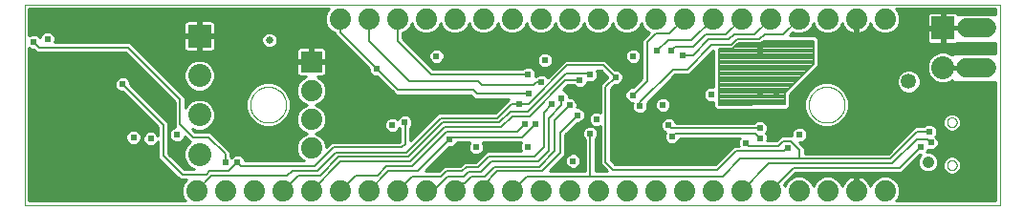
<source format=gbl>
G75*
%MOIN*%
%OFA0B0*%
%FSLAX25Y25*%
%IPPOS*%
%LPD*%
%AMOC8*
5,1,8,0,0,1.08239X$1,22.5*
%
%ADD10C,0.00000*%
%ADD11C,0.07400*%
%ADD12R,0.08000X0.08000*%
%ADD13C,0.08000*%
%ADD14R,0.07400X0.07400*%
%ADD15C,0.01000*%
%ADD16C,0.02400*%
%ADD17C,0.01600*%
%ADD18C,0.06600*%
%ADD19C,0.02500*%
%ADD20C,0.00700*%
%ADD21C,0.00800*%
%ADD22C,0.05315*%
%ADD23C,0.04134*%
D10*
X0016926Y0012600D02*
X0016926Y0082600D01*
X0356926Y0082600D01*
X0356926Y0012600D01*
X0016926Y0012600D01*
X0095676Y0047600D02*
X0095678Y0047758D01*
X0095684Y0047915D01*
X0095694Y0048073D01*
X0095708Y0048230D01*
X0095726Y0048386D01*
X0095747Y0048543D01*
X0095773Y0048698D01*
X0095803Y0048853D01*
X0095836Y0049007D01*
X0095874Y0049160D01*
X0095915Y0049313D01*
X0095960Y0049464D01*
X0096009Y0049614D01*
X0096062Y0049762D01*
X0096118Y0049910D01*
X0096179Y0050055D01*
X0096242Y0050200D01*
X0096310Y0050342D01*
X0096381Y0050483D01*
X0096455Y0050622D01*
X0096533Y0050759D01*
X0096615Y0050894D01*
X0096699Y0051027D01*
X0096788Y0051158D01*
X0096879Y0051286D01*
X0096974Y0051413D01*
X0097071Y0051536D01*
X0097172Y0051658D01*
X0097276Y0051776D01*
X0097383Y0051892D01*
X0097493Y0052005D01*
X0097605Y0052116D01*
X0097721Y0052223D01*
X0097839Y0052328D01*
X0097959Y0052430D01*
X0098082Y0052528D01*
X0098208Y0052624D01*
X0098336Y0052716D01*
X0098466Y0052805D01*
X0098598Y0052891D01*
X0098733Y0052973D01*
X0098870Y0053052D01*
X0099008Y0053127D01*
X0099148Y0053199D01*
X0099291Y0053267D01*
X0099434Y0053332D01*
X0099580Y0053393D01*
X0099727Y0053450D01*
X0099875Y0053504D01*
X0100025Y0053554D01*
X0100175Y0053600D01*
X0100327Y0053642D01*
X0100480Y0053681D01*
X0100634Y0053715D01*
X0100789Y0053746D01*
X0100944Y0053772D01*
X0101100Y0053795D01*
X0101257Y0053814D01*
X0101414Y0053829D01*
X0101571Y0053840D01*
X0101729Y0053847D01*
X0101887Y0053850D01*
X0102044Y0053849D01*
X0102202Y0053844D01*
X0102359Y0053835D01*
X0102517Y0053822D01*
X0102673Y0053805D01*
X0102830Y0053784D01*
X0102985Y0053760D01*
X0103140Y0053731D01*
X0103295Y0053698D01*
X0103448Y0053662D01*
X0103601Y0053621D01*
X0103752Y0053577D01*
X0103902Y0053529D01*
X0104051Y0053478D01*
X0104199Y0053422D01*
X0104345Y0053363D01*
X0104490Y0053300D01*
X0104633Y0053233D01*
X0104774Y0053163D01*
X0104913Y0053090D01*
X0105051Y0053013D01*
X0105187Y0052932D01*
X0105320Y0052848D01*
X0105451Y0052761D01*
X0105580Y0052670D01*
X0105707Y0052576D01*
X0105832Y0052479D01*
X0105953Y0052379D01*
X0106073Y0052276D01*
X0106189Y0052170D01*
X0106303Y0052061D01*
X0106415Y0051949D01*
X0106523Y0051835D01*
X0106628Y0051717D01*
X0106731Y0051597D01*
X0106830Y0051475D01*
X0106926Y0051350D01*
X0107019Y0051222D01*
X0107109Y0051093D01*
X0107195Y0050961D01*
X0107279Y0050827D01*
X0107358Y0050691D01*
X0107435Y0050553D01*
X0107507Y0050413D01*
X0107576Y0050271D01*
X0107642Y0050128D01*
X0107704Y0049983D01*
X0107762Y0049836D01*
X0107817Y0049688D01*
X0107868Y0049539D01*
X0107915Y0049388D01*
X0107958Y0049237D01*
X0107997Y0049084D01*
X0108033Y0048930D01*
X0108064Y0048776D01*
X0108092Y0048621D01*
X0108116Y0048465D01*
X0108136Y0048308D01*
X0108152Y0048151D01*
X0108164Y0047994D01*
X0108172Y0047837D01*
X0108176Y0047679D01*
X0108176Y0047521D01*
X0108172Y0047363D01*
X0108164Y0047206D01*
X0108152Y0047049D01*
X0108136Y0046892D01*
X0108116Y0046735D01*
X0108092Y0046579D01*
X0108064Y0046424D01*
X0108033Y0046270D01*
X0107997Y0046116D01*
X0107958Y0045963D01*
X0107915Y0045812D01*
X0107868Y0045661D01*
X0107817Y0045512D01*
X0107762Y0045364D01*
X0107704Y0045217D01*
X0107642Y0045072D01*
X0107576Y0044929D01*
X0107507Y0044787D01*
X0107435Y0044647D01*
X0107358Y0044509D01*
X0107279Y0044373D01*
X0107195Y0044239D01*
X0107109Y0044107D01*
X0107019Y0043978D01*
X0106926Y0043850D01*
X0106830Y0043725D01*
X0106731Y0043603D01*
X0106628Y0043483D01*
X0106523Y0043365D01*
X0106415Y0043251D01*
X0106303Y0043139D01*
X0106189Y0043030D01*
X0106073Y0042924D01*
X0105953Y0042821D01*
X0105832Y0042721D01*
X0105707Y0042624D01*
X0105580Y0042530D01*
X0105451Y0042439D01*
X0105320Y0042352D01*
X0105187Y0042268D01*
X0105051Y0042187D01*
X0104913Y0042110D01*
X0104774Y0042037D01*
X0104633Y0041967D01*
X0104490Y0041900D01*
X0104345Y0041837D01*
X0104199Y0041778D01*
X0104051Y0041722D01*
X0103902Y0041671D01*
X0103752Y0041623D01*
X0103601Y0041579D01*
X0103448Y0041538D01*
X0103295Y0041502D01*
X0103140Y0041469D01*
X0102985Y0041440D01*
X0102830Y0041416D01*
X0102673Y0041395D01*
X0102517Y0041378D01*
X0102359Y0041365D01*
X0102202Y0041356D01*
X0102044Y0041351D01*
X0101887Y0041350D01*
X0101729Y0041353D01*
X0101571Y0041360D01*
X0101414Y0041371D01*
X0101257Y0041386D01*
X0101100Y0041405D01*
X0100944Y0041428D01*
X0100789Y0041454D01*
X0100634Y0041485D01*
X0100480Y0041519D01*
X0100327Y0041558D01*
X0100175Y0041600D01*
X0100025Y0041646D01*
X0099875Y0041696D01*
X0099727Y0041750D01*
X0099580Y0041807D01*
X0099434Y0041868D01*
X0099291Y0041933D01*
X0099148Y0042001D01*
X0099008Y0042073D01*
X0098870Y0042148D01*
X0098733Y0042227D01*
X0098598Y0042309D01*
X0098466Y0042395D01*
X0098336Y0042484D01*
X0098208Y0042576D01*
X0098082Y0042672D01*
X0097959Y0042770D01*
X0097839Y0042872D01*
X0097721Y0042977D01*
X0097605Y0043084D01*
X0097493Y0043195D01*
X0097383Y0043308D01*
X0097276Y0043424D01*
X0097172Y0043542D01*
X0097071Y0043664D01*
X0096974Y0043787D01*
X0096879Y0043914D01*
X0096788Y0044042D01*
X0096699Y0044173D01*
X0096615Y0044306D01*
X0096533Y0044441D01*
X0096455Y0044578D01*
X0096381Y0044717D01*
X0096310Y0044858D01*
X0096242Y0045000D01*
X0096179Y0045145D01*
X0096118Y0045290D01*
X0096062Y0045438D01*
X0096009Y0045586D01*
X0095960Y0045736D01*
X0095915Y0045887D01*
X0095874Y0046040D01*
X0095836Y0046193D01*
X0095803Y0046347D01*
X0095773Y0046502D01*
X0095747Y0046657D01*
X0095726Y0046814D01*
X0095708Y0046970D01*
X0095694Y0047127D01*
X0095684Y0047285D01*
X0095678Y0047442D01*
X0095676Y0047600D01*
X0290376Y0047600D02*
X0290378Y0047758D01*
X0290384Y0047915D01*
X0290394Y0048073D01*
X0290408Y0048230D01*
X0290426Y0048386D01*
X0290447Y0048543D01*
X0290473Y0048698D01*
X0290503Y0048853D01*
X0290536Y0049007D01*
X0290574Y0049160D01*
X0290615Y0049313D01*
X0290660Y0049464D01*
X0290709Y0049614D01*
X0290762Y0049762D01*
X0290818Y0049910D01*
X0290879Y0050055D01*
X0290942Y0050200D01*
X0291010Y0050342D01*
X0291081Y0050483D01*
X0291155Y0050622D01*
X0291233Y0050759D01*
X0291315Y0050894D01*
X0291399Y0051027D01*
X0291488Y0051158D01*
X0291579Y0051286D01*
X0291674Y0051413D01*
X0291771Y0051536D01*
X0291872Y0051658D01*
X0291976Y0051776D01*
X0292083Y0051892D01*
X0292193Y0052005D01*
X0292305Y0052116D01*
X0292421Y0052223D01*
X0292539Y0052328D01*
X0292659Y0052430D01*
X0292782Y0052528D01*
X0292908Y0052624D01*
X0293036Y0052716D01*
X0293166Y0052805D01*
X0293298Y0052891D01*
X0293433Y0052973D01*
X0293570Y0053052D01*
X0293708Y0053127D01*
X0293848Y0053199D01*
X0293991Y0053267D01*
X0294134Y0053332D01*
X0294280Y0053393D01*
X0294427Y0053450D01*
X0294575Y0053504D01*
X0294725Y0053554D01*
X0294875Y0053600D01*
X0295027Y0053642D01*
X0295180Y0053681D01*
X0295334Y0053715D01*
X0295489Y0053746D01*
X0295644Y0053772D01*
X0295800Y0053795D01*
X0295957Y0053814D01*
X0296114Y0053829D01*
X0296271Y0053840D01*
X0296429Y0053847D01*
X0296587Y0053850D01*
X0296744Y0053849D01*
X0296902Y0053844D01*
X0297059Y0053835D01*
X0297217Y0053822D01*
X0297373Y0053805D01*
X0297530Y0053784D01*
X0297685Y0053760D01*
X0297840Y0053731D01*
X0297995Y0053698D01*
X0298148Y0053662D01*
X0298301Y0053621D01*
X0298452Y0053577D01*
X0298602Y0053529D01*
X0298751Y0053478D01*
X0298899Y0053422D01*
X0299045Y0053363D01*
X0299190Y0053300D01*
X0299333Y0053233D01*
X0299474Y0053163D01*
X0299613Y0053090D01*
X0299751Y0053013D01*
X0299887Y0052932D01*
X0300020Y0052848D01*
X0300151Y0052761D01*
X0300280Y0052670D01*
X0300407Y0052576D01*
X0300532Y0052479D01*
X0300653Y0052379D01*
X0300773Y0052276D01*
X0300889Y0052170D01*
X0301003Y0052061D01*
X0301115Y0051949D01*
X0301223Y0051835D01*
X0301328Y0051717D01*
X0301431Y0051597D01*
X0301530Y0051475D01*
X0301626Y0051350D01*
X0301719Y0051222D01*
X0301809Y0051093D01*
X0301895Y0050961D01*
X0301979Y0050827D01*
X0302058Y0050691D01*
X0302135Y0050553D01*
X0302207Y0050413D01*
X0302276Y0050271D01*
X0302342Y0050128D01*
X0302404Y0049983D01*
X0302462Y0049836D01*
X0302517Y0049688D01*
X0302568Y0049539D01*
X0302615Y0049388D01*
X0302658Y0049237D01*
X0302697Y0049084D01*
X0302733Y0048930D01*
X0302764Y0048776D01*
X0302792Y0048621D01*
X0302816Y0048465D01*
X0302836Y0048308D01*
X0302852Y0048151D01*
X0302864Y0047994D01*
X0302872Y0047837D01*
X0302876Y0047679D01*
X0302876Y0047521D01*
X0302872Y0047363D01*
X0302864Y0047206D01*
X0302852Y0047049D01*
X0302836Y0046892D01*
X0302816Y0046735D01*
X0302792Y0046579D01*
X0302764Y0046424D01*
X0302733Y0046270D01*
X0302697Y0046116D01*
X0302658Y0045963D01*
X0302615Y0045812D01*
X0302568Y0045661D01*
X0302517Y0045512D01*
X0302462Y0045364D01*
X0302404Y0045217D01*
X0302342Y0045072D01*
X0302276Y0044929D01*
X0302207Y0044787D01*
X0302135Y0044647D01*
X0302058Y0044509D01*
X0301979Y0044373D01*
X0301895Y0044239D01*
X0301809Y0044107D01*
X0301719Y0043978D01*
X0301626Y0043850D01*
X0301530Y0043725D01*
X0301431Y0043603D01*
X0301328Y0043483D01*
X0301223Y0043365D01*
X0301115Y0043251D01*
X0301003Y0043139D01*
X0300889Y0043030D01*
X0300773Y0042924D01*
X0300653Y0042821D01*
X0300532Y0042721D01*
X0300407Y0042624D01*
X0300280Y0042530D01*
X0300151Y0042439D01*
X0300020Y0042352D01*
X0299887Y0042268D01*
X0299751Y0042187D01*
X0299613Y0042110D01*
X0299474Y0042037D01*
X0299333Y0041967D01*
X0299190Y0041900D01*
X0299045Y0041837D01*
X0298899Y0041778D01*
X0298751Y0041722D01*
X0298602Y0041671D01*
X0298452Y0041623D01*
X0298301Y0041579D01*
X0298148Y0041538D01*
X0297995Y0041502D01*
X0297840Y0041469D01*
X0297685Y0041440D01*
X0297530Y0041416D01*
X0297373Y0041395D01*
X0297217Y0041378D01*
X0297059Y0041365D01*
X0296902Y0041356D01*
X0296744Y0041351D01*
X0296587Y0041350D01*
X0296429Y0041353D01*
X0296271Y0041360D01*
X0296114Y0041371D01*
X0295957Y0041386D01*
X0295800Y0041405D01*
X0295644Y0041428D01*
X0295489Y0041454D01*
X0295334Y0041485D01*
X0295180Y0041519D01*
X0295027Y0041558D01*
X0294875Y0041600D01*
X0294725Y0041646D01*
X0294575Y0041696D01*
X0294427Y0041750D01*
X0294280Y0041807D01*
X0294134Y0041868D01*
X0293991Y0041933D01*
X0293848Y0042001D01*
X0293708Y0042073D01*
X0293570Y0042148D01*
X0293433Y0042227D01*
X0293298Y0042309D01*
X0293166Y0042395D01*
X0293036Y0042484D01*
X0292908Y0042576D01*
X0292782Y0042672D01*
X0292659Y0042770D01*
X0292539Y0042872D01*
X0292421Y0042977D01*
X0292305Y0043084D01*
X0292193Y0043195D01*
X0292083Y0043308D01*
X0291976Y0043424D01*
X0291872Y0043542D01*
X0291771Y0043664D01*
X0291674Y0043787D01*
X0291579Y0043914D01*
X0291488Y0044042D01*
X0291399Y0044173D01*
X0291315Y0044306D01*
X0291233Y0044441D01*
X0291155Y0044578D01*
X0291081Y0044717D01*
X0291010Y0044858D01*
X0290942Y0045000D01*
X0290879Y0045145D01*
X0290818Y0045290D01*
X0290762Y0045438D01*
X0290709Y0045586D01*
X0290660Y0045736D01*
X0290615Y0045887D01*
X0290574Y0046040D01*
X0290536Y0046193D01*
X0290503Y0046347D01*
X0290473Y0046502D01*
X0290447Y0046657D01*
X0290426Y0046814D01*
X0290408Y0046970D01*
X0290394Y0047127D01*
X0290384Y0047285D01*
X0290378Y0047442D01*
X0290376Y0047600D01*
X0338591Y0041480D02*
X0338593Y0041561D01*
X0338599Y0041643D01*
X0338609Y0041724D01*
X0338623Y0041804D01*
X0338640Y0041883D01*
X0338662Y0041962D01*
X0338687Y0042039D01*
X0338716Y0042116D01*
X0338749Y0042190D01*
X0338786Y0042263D01*
X0338825Y0042334D01*
X0338869Y0042403D01*
X0338915Y0042470D01*
X0338965Y0042534D01*
X0339018Y0042596D01*
X0339074Y0042656D01*
X0339132Y0042712D01*
X0339194Y0042766D01*
X0339258Y0042817D01*
X0339324Y0042864D01*
X0339392Y0042908D01*
X0339463Y0042949D01*
X0339535Y0042986D01*
X0339610Y0043020D01*
X0339685Y0043050D01*
X0339763Y0043076D01*
X0339841Y0043099D01*
X0339920Y0043117D01*
X0340000Y0043132D01*
X0340081Y0043143D01*
X0340162Y0043150D01*
X0340244Y0043153D01*
X0340325Y0043152D01*
X0340406Y0043147D01*
X0340487Y0043138D01*
X0340568Y0043125D01*
X0340648Y0043108D01*
X0340726Y0043088D01*
X0340804Y0043063D01*
X0340881Y0043035D01*
X0340956Y0043003D01*
X0341029Y0042968D01*
X0341100Y0042929D01*
X0341170Y0042886D01*
X0341237Y0042841D01*
X0341303Y0042792D01*
X0341365Y0042740D01*
X0341425Y0042684D01*
X0341482Y0042626D01*
X0341537Y0042566D01*
X0341588Y0042502D01*
X0341636Y0042437D01*
X0341681Y0042369D01*
X0341723Y0042299D01*
X0341761Y0042227D01*
X0341796Y0042153D01*
X0341827Y0042078D01*
X0341854Y0042001D01*
X0341877Y0041923D01*
X0341897Y0041844D01*
X0341913Y0041764D01*
X0341925Y0041683D01*
X0341933Y0041602D01*
X0341937Y0041521D01*
X0341937Y0041439D01*
X0341933Y0041358D01*
X0341925Y0041277D01*
X0341913Y0041196D01*
X0341897Y0041116D01*
X0341877Y0041037D01*
X0341854Y0040959D01*
X0341827Y0040882D01*
X0341796Y0040807D01*
X0341761Y0040733D01*
X0341723Y0040661D01*
X0341681Y0040591D01*
X0341636Y0040523D01*
X0341588Y0040458D01*
X0341537Y0040394D01*
X0341482Y0040334D01*
X0341425Y0040276D01*
X0341365Y0040220D01*
X0341303Y0040168D01*
X0341237Y0040119D01*
X0341170Y0040074D01*
X0341101Y0040031D01*
X0341029Y0039992D01*
X0340956Y0039957D01*
X0340881Y0039925D01*
X0340804Y0039897D01*
X0340726Y0039872D01*
X0340648Y0039852D01*
X0340568Y0039835D01*
X0340487Y0039822D01*
X0340406Y0039813D01*
X0340325Y0039808D01*
X0340244Y0039807D01*
X0340162Y0039810D01*
X0340081Y0039817D01*
X0340000Y0039828D01*
X0339920Y0039843D01*
X0339841Y0039861D01*
X0339763Y0039884D01*
X0339685Y0039910D01*
X0339610Y0039940D01*
X0339535Y0039974D01*
X0339463Y0040011D01*
X0339392Y0040052D01*
X0339324Y0040096D01*
X0339258Y0040143D01*
X0339194Y0040194D01*
X0339132Y0040248D01*
X0339074Y0040304D01*
X0339018Y0040364D01*
X0338965Y0040426D01*
X0338915Y0040490D01*
X0338869Y0040557D01*
X0338825Y0040626D01*
X0338786Y0040697D01*
X0338749Y0040770D01*
X0338716Y0040844D01*
X0338687Y0040921D01*
X0338662Y0040998D01*
X0338640Y0041077D01*
X0338623Y0041156D01*
X0338609Y0041236D01*
X0338599Y0041317D01*
X0338593Y0041399D01*
X0338591Y0041480D01*
X0338591Y0026520D02*
X0338593Y0026601D01*
X0338599Y0026683D01*
X0338609Y0026764D01*
X0338623Y0026844D01*
X0338640Y0026923D01*
X0338662Y0027002D01*
X0338687Y0027079D01*
X0338716Y0027156D01*
X0338749Y0027230D01*
X0338786Y0027303D01*
X0338825Y0027374D01*
X0338869Y0027443D01*
X0338915Y0027510D01*
X0338965Y0027574D01*
X0339018Y0027636D01*
X0339074Y0027696D01*
X0339132Y0027752D01*
X0339194Y0027806D01*
X0339258Y0027857D01*
X0339324Y0027904D01*
X0339392Y0027948D01*
X0339463Y0027989D01*
X0339535Y0028026D01*
X0339610Y0028060D01*
X0339685Y0028090D01*
X0339763Y0028116D01*
X0339841Y0028139D01*
X0339920Y0028157D01*
X0340000Y0028172D01*
X0340081Y0028183D01*
X0340162Y0028190D01*
X0340244Y0028193D01*
X0340325Y0028192D01*
X0340406Y0028187D01*
X0340487Y0028178D01*
X0340568Y0028165D01*
X0340648Y0028148D01*
X0340726Y0028128D01*
X0340804Y0028103D01*
X0340881Y0028075D01*
X0340956Y0028043D01*
X0341029Y0028008D01*
X0341100Y0027969D01*
X0341170Y0027926D01*
X0341237Y0027881D01*
X0341303Y0027832D01*
X0341365Y0027780D01*
X0341425Y0027724D01*
X0341482Y0027666D01*
X0341537Y0027606D01*
X0341588Y0027542D01*
X0341636Y0027477D01*
X0341681Y0027409D01*
X0341723Y0027339D01*
X0341761Y0027267D01*
X0341796Y0027193D01*
X0341827Y0027118D01*
X0341854Y0027041D01*
X0341877Y0026963D01*
X0341897Y0026884D01*
X0341913Y0026804D01*
X0341925Y0026723D01*
X0341933Y0026642D01*
X0341937Y0026561D01*
X0341937Y0026479D01*
X0341933Y0026398D01*
X0341925Y0026317D01*
X0341913Y0026236D01*
X0341897Y0026156D01*
X0341877Y0026077D01*
X0341854Y0025999D01*
X0341827Y0025922D01*
X0341796Y0025847D01*
X0341761Y0025773D01*
X0341723Y0025701D01*
X0341681Y0025631D01*
X0341636Y0025563D01*
X0341588Y0025498D01*
X0341537Y0025434D01*
X0341482Y0025374D01*
X0341425Y0025316D01*
X0341365Y0025260D01*
X0341303Y0025208D01*
X0341237Y0025159D01*
X0341170Y0025114D01*
X0341101Y0025071D01*
X0341029Y0025032D01*
X0340956Y0024997D01*
X0340881Y0024965D01*
X0340804Y0024937D01*
X0340726Y0024912D01*
X0340648Y0024892D01*
X0340568Y0024875D01*
X0340487Y0024862D01*
X0340406Y0024853D01*
X0340325Y0024848D01*
X0340244Y0024847D01*
X0340162Y0024850D01*
X0340081Y0024857D01*
X0340000Y0024868D01*
X0339920Y0024883D01*
X0339841Y0024901D01*
X0339763Y0024924D01*
X0339685Y0024950D01*
X0339610Y0024980D01*
X0339535Y0025014D01*
X0339463Y0025051D01*
X0339392Y0025092D01*
X0339324Y0025136D01*
X0339258Y0025183D01*
X0339194Y0025234D01*
X0339132Y0025288D01*
X0339074Y0025344D01*
X0339018Y0025404D01*
X0338965Y0025466D01*
X0338915Y0025530D01*
X0338869Y0025597D01*
X0338825Y0025666D01*
X0338786Y0025737D01*
X0338749Y0025810D01*
X0338716Y0025884D01*
X0338687Y0025961D01*
X0338662Y0026038D01*
X0338640Y0026117D01*
X0338623Y0026196D01*
X0338609Y0026276D01*
X0338599Y0026357D01*
X0338593Y0026439D01*
X0338591Y0026520D01*
D11*
X0316926Y0017600D03*
X0306926Y0017600D03*
X0296926Y0017600D03*
X0286926Y0017600D03*
X0276926Y0017600D03*
X0266926Y0017600D03*
X0256926Y0017600D03*
X0246926Y0017600D03*
X0236926Y0017600D03*
X0226926Y0017600D03*
X0216926Y0017600D03*
X0206926Y0017600D03*
X0196926Y0017600D03*
X0186926Y0017600D03*
X0176926Y0017600D03*
X0166926Y0017600D03*
X0156926Y0017600D03*
X0146926Y0017600D03*
X0136926Y0017600D03*
X0126926Y0017600D03*
X0116926Y0017600D03*
X0106926Y0017600D03*
X0096926Y0017600D03*
X0086926Y0017600D03*
X0076926Y0017600D03*
X0116926Y0032600D03*
X0116926Y0042600D03*
X0116926Y0052600D03*
X0126926Y0077600D03*
X0136926Y0077600D03*
X0146926Y0077600D03*
X0156926Y0077600D03*
X0166926Y0077600D03*
X0176926Y0077600D03*
X0186926Y0077600D03*
X0196926Y0077600D03*
X0206926Y0077600D03*
X0216926Y0077600D03*
X0226926Y0077600D03*
X0236926Y0077600D03*
X0246926Y0077600D03*
X0256926Y0077600D03*
X0266926Y0077600D03*
X0276926Y0077600D03*
X0286926Y0077600D03*
X0296926Y0077600D03*
X0306926Y0077600D03*
X0316926Y0077600D03*
D12*
X0337126Y0074400D03*
X0077926Y0071600D03*
D13*
X0077926Y0057820D03*
X0077926Y0044041D03*
X0077926Y0030261D03*
X0337126Y0060620D03*
D14*
X0116926Y0062600D03*
D15*
X0117426Y0062526D02*
X0134784Y0062526D01*
X0133785Y0063524D02*
X0122126Y0063524D01*
X0122126Y0063100D02*
X0122126Y0066497D01*
X0122023Y0066879D01*
X0121826Y0067221D01*
X0121547Y0067500D01*
X0121205Y0067698D01*
X0120823Y0067800D01*
X0117426Y0067800D01*
X0117426Y0063100D01*
X0122126Y0063100D01*
X0122126Y0062100D02*
X0117426Y0062100D01*
X0117426Y0063100D01*
X0116426Y0063100D01*
X0116426Y0067800D01*
X0113028Y0067800D01*
X0112647Y0067698D01*
X0112305Y0067500D01*
X0112025Y0067221D01*
X0111828Y0066879D01*
X0111726Y0066497D01*
X0111726Y0063100D01*
X0116426Y0063100D01*
X0116426Y0062100D01*
X0111726Y0062100D01*
X0111726Y0058703D01*
X0111828Y0058321D01*
X0112025Y0057979D01*
X0112305Y0057700D01*
X0112647Y0057502D01*
X0113028Y0057400D01*
X0114926Y0057400D01*
X0113980Y0057008D01*
X0112517Y0055546D01*
X0111726Y0053634D01*
X0111726Y0051566D01*
X0112517Y0049654D01*
X0113980Y0048192D01*
X0115408Y0047600D01*
X0113980Y0047008D01*
X0112517Y0045546D01*
X0111726Y0043634D01*
X0111726Y0041566D01*
X0112517Y0039654D01*
X0113980Y0038192D01*
X0115408Y0037600D01*
X0113980Y0037008D01*
X0112517Y0035546D01*
X0111726Y0033634D01*
X0111726Y0031566D01*
X0112517Y0029654D01*
X0113980Y0028192D01*
X0114322Y0028050D01*
X0093826Y0028050D01*
X0093826Y0028137D01*
X0093415Y0029129D01*
X0092655Y0029889D01*
X0091663Y0030300D01*
X0090589Y0030300D01*
X0089596Y0029889D01*
X0089026Y0029318D01*
X0088776Y0029568D01*
X0088776Y0031166D01*
X0082976Y0036966D01*
X0081892Y0038050D01*
X0076492Y0038050D01*
X0075414Y0039128D01*
X0076832Y0038541D01*
X0079020Y0038541D01*
X0081041Y0039378D01*
X0082588Y0040925D01*
X0083426Y0042947D01*
X0083426Y0045135D01*
X0082588Y0047156D01*
X0081041Y0048704D01*
X0079020Y0049541D01*
X0076832Y0049541D01*
X0074810Y0048704D01*
X0073263Y0047156D01*
X0072976Y0046463D01*
X0072976Y0050166D01*
X0054776Y0068366D01*
X0053692Y0069450D01*
X0027372Y0069450D01*
X0027626Y0070063D01*
X0027626Y0071137D01*
X0027215Y0072129D01*
X0026455Y0072889D01*
X0025463Y0073300D01*
X0024389Y0073300D01*
X0023396Y0072889D01*
X0022637Y0072129D01*
X0022279Y0071265D01*
X0021655Y0071889D01*
X0020663Y0072300D01*
X0019589Y0072300D01*
X0018596Y0071889D01*
X0018426Y0071718D01*
X0018426Y0081100D01*
X0123072Y0081100D01*
X0122517Y0080546D01*
X0121726Y0078634D01*
X0121726Y0076566D01*
X0122517Y0074654D01*
X0123980Y0073192D01*
X0125076Y0072738D01*
X0125076Y0072234D01*
X0137026Y0060284D01*
X0137026Y0059663D01*
X0137437Y0058671D01*
X0138196Y0057911D01*
X0139189Y0057500D01*
X0139809Y0057500D01*
X0145276Y0052034D01*
X0145276Y0052034D01*
X0146359Y0050950D01*
X0172559Y0050950D01*
X0173959Y0049550D01*
X0185659Y0049550D01*
X0180959Y0044850D01*
X0161159Y0044850D01*
X0151576Y0035266D01*
X0151576Y0039632D01*
X0151815Y0039871D01*
X0152226Y0040863D01*
X0152226Y0041937D01*
X0151815Y0042929D01*
X0151055Y0043689D01*
X0150063Y0044100D01*
X0148989Y0044100D01*
X0147996Y0043689D01*
X0147237Y0042929D01*
X0147054Y0042490D01*
X0146655Y0042889D01*
X0145663Y0043300D01*
X0144589Y0043300D01*
X0143596Y0042889D01*
X0142837Y0042129D01*
X0142426Y0041137D01*
X0142426Y0040063D01*
X0142837Y0039071D01*
X0143596Y0038311D01*
X0144589Y0037900D01*
X0145663Y0037900D01*
X0146655Y0038311D01*
X0147415Y0039071D01*
X0147597Y0039510D01*
X0147876Y0039232D01*
X0147876Y0034766D01*
X0147759Y0034650D01*
X0123959Y0034650D01*
X0122876Y0033566D01*
X0122126Y0032816D01*
X0122126Y0033634D01*
X0121334Y0035546D01*
X0119871Y0037008D01*
X0118443Y0037600D01*
X0119871Y0038192D01*
X0121334Y0039654D01*
X0122126Y0041566D01*
X0122126Y0043634D01*
X0121334Y0045546D01*
X0119871Y0047008D01*
X0118443Y0047600D01*
X0119871Y0048192D01*
X0121334Y0049654D01*
X0122126Y0051566D01*
X0122126Y0053634D01*
X0121334Y0055546D01*
X0119871Y0057008D01*
X0118926Y0057400D01*
X0120823Y0057400D01*
X0121205Y0057502D01*
X0121547Y0057700D01*
X0121826Y0057979D01*
X0122023Y0058321D01*
X0122126Y0058703D01*
X0122126Y0062100D01*
X0122126Y0061527D02*
X0135782Y0061527D01*
X0136781Y0060529D02*
X0122126Y0060529D01*
X0122126Y0059530D02*
X0137081Y0059530D01*
X0137576Y0058532D02*
X0122080Y0058532D01*
X0121258Y0057533D02*
X0139109Y0057533D01*
X0140775Y0056534D02*
X0120345Y0056534D01*
X0121338Y0055536D02*
X0141773Y0055536D01*
X0142772Y0054537D02*
X0121752Y0054537D01*
X0122126Y0053539D02*
X0143770Y0053539D01*
X0144769Y0052540D02*
X0122126Y0052540D01*
X0122116Y0051542D02*
X0145767Y0051542D01*
X0160862Y0044552D02*
X0121745Y0044552D01*
X0122126Y0043554D02*
X0147861Y0043554D01*
X0147082Y0042555D02*
X0146989Y0042555D01*
X0143263Y0042555D02*
X0122126Y0042555D01*
X0122122Y0041557D02*
X0142599Y0041557D01*
X0142426Y0040558D02*
X0121708Y0040558D01*
X0121239Y0039560D02*
X0142634Y0039560D01*
X0143346Y0038561D02*
X0120241Y0038561D01*
X0118533Y0037563D02*
X0147876Y0037563D01*
X0147876Y0038561D02*
X0146905Y0038561D01*
X0151576Y0038561D02*
X0154871Y0038561D01*
X0155869Y0039560D02*
X0151576Y0039560D01*
X0152099Y0040558D02*
X0156868Y0040558D01*
X0157866Y0041557D02*
X0152226Y0041557D01*
X0151969Y0042555D02*
X0158865Y0042555D01*
X0159863Y0043554D02*
X0151190Y0043554D01*
X0151576Y0037563D02*
X0153872Y0037563D01*
X0152874Y0036564D02*
X0151576Y0036564D01*
X0151576Y0035566D02*
X0151875Y0035566D01*
X0147876Y0035566D02*
X0121314Y0035566D01*
X0121739Y0034567D02*
X0123877Y0034567D01*
X0122878Y0033569D02*
X0122126Y0033569D01*
X0120315Y0036564D02*
X0147876Y0036564D01*
X0156792Y0024450D02*
X0165042Y0032700D01*
X0165663Y0032700D01*
X0166655Y0033111D01*
X0167415Y0033871D01*
X0167613Y0034350D01*
X0172057Y0034350D01*
X0172037Y0034329D01*
X0171626Y0033337D01*
X0171626Y0032263D01*
X0172037Y0031271D01*
X0172796Y0030511D01*
X0173789Y0030100D01*
X0174863Y0030100D01*
X0175855Y0030511D01*
X0176615Y0031271D01*
X0177026Y0032263D01*
X0177026Y0033337D01*
X0176615Y0034329D01*
X0176594Y0034350D01*
X0189962Y0034350D01*
X0189626Y0033537D01*
X0189626Y0032463D01*
X0190037Y0031471D01*
X0190057Y0031450D01*
X0177959Y0031450D01*
X0174159Y0027650D01*
X0170159Y0027650D01*
X0169076Y0026566D01*
X0168759Y0026250D01*
X0163159Y0026250D01*
X0162076Y0025166D01*
X0161359Y0024450D01*
X0156792Y0024450D01*
X0156924Y0024582D02*
X0161491Y0024582D01*
X0162490Y0025581D02*
X0157923Y0025581D01*
X0158921Y0026579D02*
X0169088Y0026579D01*
X0170087Y0027578D02*
X0159920Y0027578D01*
X0160918Y0028576D02*
X0175085Y0028576D01*
X0176084Y0029575D02*
X0161917Y0029575D01*
X0162915Y0030573D02*
X0172734Y0030573D01*
X0171912Y0031572D02*
X0163914Y0031572D01*
X0164912Y0032570D02*
X0171626Y0032570D01*
X0171722Y0033569D02*
X0167113Y0033569D01*
X0176930Y0033569D02*
X0189639Y0033569D01*
X0189626Y0032570D02*
X0177026Y0032570D01*
X0176739Y0031572D02*
X0189995Y0031572D01*
X0203120Y0027578D02*
X0205426Y0027578D01*
X0205426Y0027463D02*
X0205837Y0026471D01*
X0206596Y0025711D01*
X0207589Y0025300D01*
X0208663Y0025300D01*
X0209655Y0025711D01*
X0210415Y0026471D01*
X0210826Y0027463D01*
X0210826Y0028537D01*
X0210415Y0029529D01*
X0209655Y0030289D01*
X0208663Y0030700D01*
X0207589Y0030700D01*
X0206596Y0030289D01*
X0205837Y0029529D01*
X0205426Y0028537D01*
X0205426Y0027463D01*
X0205792Y0026579D02*
X0202121Y0026579D01*
X0201123Y0025581D02*
X0206911Y0025581D01*
X0209340Y0025581D02*
X0212276Y0025581D01*
X0212276Y0026579D02*
X0210459Y0026579D01*
X0210826Y0027578D02*
X0212276Y0027578D01*
X0212276Y0028576D02*
X0210809Y0028576D01*
X0210369Y0029575D02*
X0212276Y0029575D01*
X0212276Y0030573D02*
X0208969Y0030573D01*
X0207282Y0030573D02*
X0205576Y0030573D01*
X0205576Y0030034D02*
X0205576Y0037234D01*
X0209642Y0041300D01*
X0210263Y0041300D01*
X0211255Y0041711D01*
X0212015Y0042471D01*
X0212426Y0043463D01*
X0212426Y0044537D01*
X0212015Y0045529D01*
X0211255Y0046289D01*
X0210263Y0046700D01*
X0209558Y0046700D01*
X0209626Y0046863D01*
X0209626Y0047937D01*
X0209215Y0048929D01*
X0208455Y0049689D01*
X0207463Y0050100D01*
X0206826Y0050100D01*
X0206826Y0050537D01*
X0206415Y0051529D01*
X0205655Y0052289D01*
X0204663Y0052700D01*
X0204642Y0052700D01*
X0206292Y0054350D01*
X0208557Y0054350D01*
X0208996Y0053911D01*
X0209989Y0053500D01*
X0211063Y0053500D01*
X0212055Y0053911D01*
X0212815Y0054671D01*
X0213221Y0055652D01*
X0213589Y0055500D01*
X0214663Y0055500D01*
X0215655Y0055911D01*
X0216415Y0056671D01*
X0216826Y0057663D01*
X0216826Y0058737D01*
X0216489Y0059550D01*
X0217959Y0059550D01*
X0220226Y0057284D01*
X0220226Y0057116D01*
X0217676Y0054566D01*
X0217676Y0044963D01*
X0216863Y0045300D01*
X0215789Y0045300D01*
X0214796Y0044889D01*
X0214037Y0044129D01*
X0213626Y0043137D01*
X0213626Y0042063D01*
X0214037Y0041071D01*
X0214796Y0040311D01*
X0215789Y0039900D01*
X0216863Y0039900D01*
X0217676Y0040237D01*
X0217676Y0026834D01*
X0218759Y0025750D01*
X0220059Y0024450D01*
X0215976Y0024450D01*
X0215976Y0035632D01*
X0216415Y0036071D01*
X0216826Y0037063D01*
X0216826Y0038137D01*
X0216415Y0039129D01*
X0215655Y0039889D01*
X0214663Y0040300D01*
X0213589Y0040300D01*
X0212596Y0039889D01*
X0211837Y0039129D01*
X0211426Y0038137D01*
X0211426Y0037063D01*
X0211837Y0036071D01*
X0212276Y0035632D01*
X0212276Y0024450D01*
X0199992Y0024450D01*
X0204492Y0028950D01*
X0205576Y0030034D01*
X0205882Y0029575D02*
X0205117Y0029575D01*
X0205442Y0028576D02*
X0204118Y0028576D01*
X0205576Y0031572D02*
X0212276Y0031572D01*
X0212276Y0032570D02*
X0205576Y0032570D01*
X0205576Y0033569D02*
X0212276Y0033569D01*
X0212276Y0034567D02*
X0205576Y0034567D01*
X0205576Y0035566D02*
X0212276Y0035566D01*
X0211632Y0036564D02*
X0205576Y0036564D01*
X0205905Y0037563D02*
X0211426Y0037563D01*
X0211601Y0038561D02*
X0206903Y0038561D01*
X0207902Y0039560D02*
X0212267Y0039560D01*
X0210883Y0041557D02*
X0213835Y0041557D01*
X0213626Y0042555D02*
X0212050Y0042555D01*
X0212426Y0043554D02*
X0213798Y0043554D01*
X0214460Y0044552D02*
X0212419Y0044552D01*
X0211993Y0045551D02*
X0217676Y0045551D01*
X0217676Y0046549D02*
X0210626Y0046549D01*
X0209626Y0047548D02*
X0217676Y0047548D01*
X0217676Y0048546D02*
X0209373Y0048546D01*
X0208599Y0049545D02*
X0217676Y0049545D01*
X0217676Y0050543D02*
X0206823Y0050543D01*
X0206402Y0051542D02*
X0217676Y0051542D01*
X0217676Y0052540D02*
X0205048Y0052540D01*
X0205481Y0053539D02*
X0209894Y0053539D01*
X0211157Y0053539D02*
X0217676Y0053539D01*
X0217676Y0054537D02*
X0212681Y0054537D01*
X0213173Y0055536D02*
X0213502Y0055536D01*
X0214750Y0055536D02*
X0218645Y0055536D01*
X0219644Y0056534D02*
X0216278Y0056534D01*
X0216772Y0057533D02*
X0219976Y0057533D01*
X0218978Y0058532D02*
X0216826Y0058532D01*
X0216497Y0059530D02*
X0217979Y0059530D01*
X0221215Y0061527D02*
X0232076Y0061527D01*
X0232076Y0060529D02*
X0222213Y0060529D01*
X0222842Y0059900D02*
X0220576Y0062166D01*
X0219492Y0063250D01*
X0205359Y0063250D01*
X0204276Y0062166D01*
X0199327Y0057217D01*
X0198655Y0057889D01*
X0197663Y0058300D01*
X0196589Y0058300D01*
X0195596Y0057889D01*
X0195157Y0057450D01*
X0195137Y0057450D01*
X0195226Y0057663D01*
X0195226Y0058737D01*
X0194815Y0059729D01*
X0194055Y0060489D01*
X0193063Y0060900D01*
X0191989Y0060900D01*
X0190996Y0060489D01*
X0190557Y0060050D01*
X0159492Y0060050D01*
X0148776Y0070766D01*
X0148776Y0072738D01*
X0149871Y0073192D01*
X0151334Y0074654D01*
X0151926Y0076083D01*
X0152517Y0074654D01*
X0153980Y0073192D01*
X0155891Y0072400D01*
X0157960Y0072400D01*
X0159871Y0073192D01*
X0161334Y0074654D01*
X0161926Y0076083D01*
X0162517Y0074654D01*
X0163980Y0073192D01*
X0165891Y0072400D01*
X0167960Y0072400D01*
X0169871Y0073192D01*
X0171334Y0074654D01*
X0171926Y0076083D01*
X0172517Y0074654D01*
X0173980Y0073192D01*
X0175891Y0072400D01*
X0177960Y0072400D01*
X0179871Y0073192D01*
X0181334Y0074654D01*
X0181926Y0076083D01*
X0182517Y0074654D01*
X0183980Y0073192D01*
X0185891Y0072400D01*
X0187960Y0072400D01*
X0189871Y0073192D01*
X0191334Y0074654D01*
X0191926Y0076083D01*
X0192517Y0074654D01*
X0193980Y0073192D01*
X0195891Y0072400D01*
X0197960Y0072400D01*
X0199871Y0073192D01*
X0201334Y0074654D01*
X0201926Y0076083D01*
X0202517Y0074654D01*
X0203980Y0073192D01*
X0205891Y0072400D01*
X0207960Y0072400D01*
X0209871Y0073192D01*
X0211334Y0074654D01*
X0211926Y0076083D01*
X0212517Y0074654D01*
X0213980Y0073192D01*
X0215891Y0072400D01*
X0217960Y0072400D01*
X0219871Y0073192D01*
X0221334Y0074654D01*
X0221926Y0076083D01*
X0222517Y0074654D01*
X0223980Y0073192D01*
X0225891Y0072400D01*
X0227960Y0072400D01*
X0229871Y0073192D01*
X0231334Y0074654D01*
X0231926Y0076083D01*
X0232517Y0074654D01*
X0233980Y0073192D01*
X0234773Y0072863D01*
X0233159Y0071250D01*
X0232076Y0070166D01*
X0232076Y0056766D01*
X0229009Y0053700D01*
X0228389Y0053700D01*
X0227396Y0053289D01*
X0226637Y0052529D01*
X0226226Y0051537D01*
X0226226Y0050463D01*
X0226637Y0049471D01*
X0227396Y0048711D01*
X0228389Y0048300D01*
X0229059Y0048300D01*
X0228826Y0047737D01*
X0228826Y0046663D01*
X0229237Y0045671D01*
X0229996Y0044911D01*
X0230989Y0044500D01*
X0232063Y0044500D01*
X0233055Y0044911D01*
X0233815Y0045671D01*
X0234226Y0046663D01*
X0234226Y0047737D01*
X0234007Y0048265D01*
X0243892Y0058150D01*
X0248892Y0058150D01*
X0257226Y0066484D01*
X0257226Y0053750D01*
X0256863Y0053900D01*
X0255789Y0053900D01*
X0254796Y0053489D01*
X0254037Y0052729D01*
X0253626Y0051737D01*
X0253626Y0050663D01*
X0254037Y0049671D01*
X0254796Y0048911D01*
X0255789Y0048500D01*
X0256863Y0048500D01*
X0257226Y0048650D01*
X0257226Y0048377D01*
X0257219Y0048370D01*
X0257226Y0047592D01*
X0257226Y0046813D01*
X0257232Y0046806D01*
X0257233Y0046796D01*
X0257788Y0046250D01*
X0258339Y0045700D01*
X0258348Y0045700D01*
X0258355Y0045693D01*
X0259134Y0045700D01*
X0259913Y0045700D01*
X0259919Y0045707D01*
X0281934Y0045900D01*
X0282713Y0045900D01*
X0282719Y0045907D01*
X0282729Y0045907D01*
X0283275Y0046463D01*
X0283826Y0047013D01*
X0283826Y0047023D01*
X0283832Y0047030D01*
X0283826Y0047808D01*
X0283826Y0051213D01*
X0292713Y0060100D01*
X0293826Y0061213D01*
X0293826Y0070787D01*
X0292713Y0071900D01*
X0283842Y0071900D01*
X0284796Y0072854D01*
X0285891Y0072400D01*
X0287960Y0072400D01*
X0289871Y0073192D01*
X0291334Y0074654D01*
X0291926Y0076083D01*
X0292517Y0074654D01*
X0293980Y0073192D01*
X0295891Y0072400D01*
X0297960Y0072400D01*
X0299871Y0073192D01*
X0301334Y0074654D01*
X0301940Y0076117D01*
X0302107Y0075604D01*
X0302478Y0074875D01*
X0302959Y0074212D01*
X0303538Y0073634D01*
X0304200Y0073153D01*
X0304929Y0072781D01*
X0305708Y0072528D01*
X0306426Y0072414D01*
X0306426Y0077100D01*
X0307426Y0077100D01*
X0307426Y0072414D01*
X0308143Y0072528D01*
X0308922Y0072781D01*
X0309651Y0073153D01*
X0310313Y0073634D01*
X0310892Y0074212D01*
X0311373Y0074875D01*
X0311745Y0075604D01*
X0311911Y0076117D01*
X0312517Y0074654D01*
X0313980Y0073192D01*
X0315891Y0072400D01*
X0317960Y0072400D01*
X0319871Y0073192D01*
X0321334Y0074654D01*
X0322126Y0076566D01*
X0322126Y0078634D01*
X0321334Y0080546D01*
X0320779Y0081100D01*
X0355426Y0081100D01*
X0355426Y0079300D01*
X0342338Y0079300D01*
X0342326Y0079321D01*
X0342047Y0079600D01*
X0341705Y0079798D01*
X0341323Y0079900D01*
X0337626Y0079900D01*
X0337626Y0074900D01*
X0336626Y0074900D01*
X0336626Y0079900D01*
X0332928Y0079900D01*
X0332547Y0079798D01*
X0332205Y0079600D01*
X0331925Y0079321D01*
X0331728Y0078979D01*
X0331626Y0078597D01*
X0331626Y0074900D01*
X0336626Y0074900D01*
X0336626Y0073900D01*
X0337626Y0073900D01*
X0337626Y0068900D01*
X0341323Y0068900D01*
X0341705Y0069002D01*
X0342047Y0069200D01*
X0342147Y0069300D01*
X0355426Y0069300D01*
X0355426Y0065500D01*
X0340904Y0065500D01*
X0340464Y0065060D01*
X0340241Y0065283D01*
X0338220Y0066120D01*
X0336032Y0066120D01*
X0334010Y0065283D01*
X0332463Y0063736D01*
X0331626Y0061714D01*
X0331626Y0059526D01*
X0332463Y0057505D01*
X0334010Y0055958D01*
X0336032Y0055120D01*
X0338220Y0055120D01*
X0340241Y0055958D01*
X0340344Y0056060D01*
X0340904Y0055500D01*
X0355426Y0055500D01*
X0355426Y0014100D01*
X0320779Y0014100D01*
X0321334Y0014654D01*
X0322126Y0016566D01*
X0322126Y0018634D01*
X0321334Y0020546D01*
X0319871Y0022008D01*
X0317960Y0022800D01*
X0315891Y0022800D01*
X0313980Y0022008D01*
X0312517Y0020546D01*
X0311911Y0019083D01*
X0311745Y0019596D01*
X0311373Y0020325D01*
X0310892Y0020988D01*
X0310313Y0021566D01*
X0309651Y0022047D01*
X0308922Y0022419D01*
X0308143Y0022672D01*
X0307426Y0022786D01*
X0307426Y0018100D01*
X0306426Y0018100D01*
X0306426Y0022786D01*
X0305708Y0022672D01*
X0304929Y0022419D01*
X0304200Y0022047D01*
X0303538Y0021566D01*
X0302959Y0020988D01*
X0302478Y0020325D01*
X0302107Y0019596D01*
X0301940Y0019083D01*
X0301334Y0020546D01*
X0299871Y0022008D01*
X0297960Y0022800D01*
X0295891Y0022800D01*
X0293980Y0022008D01*
X0292517Y0020546D01*
X0291926Y0019117D01*
X0291334Y0020546D01*
X0289871Y0022008D01*
X0287960Y0022800D01*
X0285891Y0022800D01*
X0283980Y0022008D01*
X0282517Y0020546D01*
X0281926Y0019117D01*
X0281672Y0019730D01*
X0285692Y0023750D01*
X0322892Y0023750D01*
X0329242Y0030100D01*
X0329381Y0030100D01*
X0328902Y0029620D01*
X0328359Y0028309D01*
X0328359Y0026890D01*
X0328902Y0025579D01*
X0329905Y0024576D01*
X0331216Y0024033D01*
X0332635Y0024033D01*
X0333946Y0024576D01*
X0334949Y0025579D01*
X0335493Y0026890D01*
X0335493Y0028309D01*
X0334949Y0029620D01*
X0333946Y0030624D01*
X0332635Y0031167D01*
X0331511Y0031167D01*
X0331615Y0031271D01*
X0331880Y0031911D01*
X0332389Y0031700D01*
X0333463Y0031700D01*
X0334455Y0032111D01*
X0335215Y0032871D01*
X0335626Y0033863D01*
X0335626Y0034937D01*
X0335215Y0035929D01*
X0334544Y0036600D01*
X0334615Y0036671D01*
X0335026Y0037663D01*
X0335026Y0038737D01*
X0334615Y0039729D01*
X0333855Y0040489D01*
X0332863Y0040900D01*
X0331789Y0040900D01*
X0330796Y0040489D01*
X0330357Y0040050D01*
X0327359Y0040050D01*
X0317959Y0030650D01*
X0289097Y0030650D01*
X0289097Y0032645D01*
X0287242Y0034500D01*
X0287663Y0034500D01*
X0288655Y0034911D01*
X0289415Y0035671D01*
X0289826Y0036663D01*
X0289826Y0037737D01*
X0289415Y0038729D01*
X0288655Y0039489D01*
X0287663Y0039900D01*
X0286589Y0039900D01*
X0285596Y0039489D01*
X0284837Y0038729D01*
X0284426Y0037737D01*
X0284426Y0036850D01*
X0280759Y0036850D01*
X0278959Y0035050D01*
X0275855Y0035050D01*
X0276026Y0035463D01*
X0276026Y0036537D01*
X0275615Y0037529D01*
X0275444Y0037700D01*
X0275615Y0037871D01*
X0276026Y0038863D01*
X0276026Y0039937D01*
X0275615Y0040929D01*
X0274855Y0041689D01*
X0273863Y0042100D01*
X0272789Y0042100D01*
X0271796Y0041689D01*
X0271357Y0041250D01*
X0244096Y0041250D01*
X0243815Y0041929D01*
X0243055Y0042689D01*
X0242063Y0043100D01*
X0240989Y0043100D01*
X0239996Y0042689D01*
X0239237Y0041929D01*
X0238826Y0040937D01*
X0238826Y0039863D01*
X0239237Y0038871D01*
X0239996Y0038111D01*
X0240366Y0037958D01*
X0240026Y0037137D01*
X0240026Y0036063D01*
X0240437Y0035071D01*
X0241196Y0034311D01*
X0242189Y0033900D01*
X0243263Y0033900D01*
X0244255Y0034311D01*
X0245015Y0035071D01*
X0245296Y0035750D01*
X0266257Y0035750D01*
X0266237Y0035729D01*
X0265826Y0034737D01*
X0265826Y0033663D01*
X0265997Y0033250D01*
X0264159Y0033250D01*
X0263076Y0032166D01*
X0257759Y0026850D01*
X0222892Y0026850D01*
X0221376Y0028366D01*
X0221376Y0053034D01*
X0222842Y0054500D01*
X0223463Y0054500D01*
X0224455Y0054911D01*
X0225215Y0055671D01*
X0225626Y0056663D01*
X0225626Y0057737D01*
X0225215Y0058729D01*
X0224455Y0059489D01*
X0223463Y0059900D01*
X0222842Y0059900D01*
X0224356Y0059530D02*
X0232076Y0059530D01*
X0232076Y0058532D02*
X0225297Y0058532D01*
X0225626Y0057533D02*
X0232076Y0057533D01*
X0231844Y0056534D02*
X0225572Y0056534D01*
X0225080Y0055536D02*
X0230845Y0055536D01*
X0229847Y0054537D02*
X0223553Y0054537D01*
X0221881Y0053539D02*
X0228000Y0053539D01*
X0226648Y0052540D02*
X0221376Y0052540D01*
X0221376Y0051542D02*
X0226228Y0051542D01*
X0226226Y0050543D02*
X0221376Y0050543D01*
X0221376Y0049545D02*
X0226606Y0049545D01*
X0227794Y0048546D02*
X0221376Y0048546D01*
X0221376Y0047548D02*
X0228826Y0047548D01*
X0228873Y0046549D02*
X0221376Y0046549D01*
X0221376Y0045551D02*
X0229356Y0045551D01*
X0230862Y0044552D02*
X0221376Y0044552D01*
X0221376Y0043554D02*
X0289913Y0043554D01*
X0290055Y0043210D02*
X0292236Y0041030D01*
X0295084Y0039850D01*
X0298167Y0039850D01*
X0301016Y0041030D01*
X0303196Y0043210D01*
X0304376Y0046058D01*
X0304376Y0049142D01*
X0303196Y0051990D01*
X0301016Y0054170D01*
X0298167Y0055350D01*
X0295084Y0055350D01*
X0292236Y0054170D01*
X0290055Y0051990D01*
X0288876Y0049142D01*
X0288876Y0046058D01*
X0290055Y0043210D01*
X0290710Y0042555D02*
X0243189Y0042555D01*
X0243969Y0041557D02*
X0271664Y0041557D01*
X0274987Y0041557D02*
X0291709Y0041557D01*
X0293374Y0040558D02*
X0275768Y0040558D01*
X0276026Y0039560D02*
X0285767Y0039560D01*
X0284767Y0038561D02*
X0275901Y0038561D01*
X0275581Y0037563D02*
X0284426Y0037563D01*
X0280474Y0036564D02*
X0276014Y0036564D01*
X0276026Y0035566D02*
X0279475Y0035566D01*
X0287825Y0034567D02*
X0321877Y0034567D01*
X0322875Y0035566D02*
X0289310Y0035566D01*
X0289785Y0036564D02*
X0323874Y0036564D01*
X0324872Y0037563D02*
X0289826Y0037563D01*
X0289484Y0038561D02*
X0325871Y0038561D01*
X0326869Y0039560D02*
X0288484Y0039560D01*
X0299877Y0040558D02*
X0330964Y0040558D01*
X0333688Y0040558D02*
X0337211Y0040558D01*
X0337091Y0040849D02*
X0337574Y0039683D01*
X0338467Y0038790D01*
X0339633Y0038307D01*
X0340895Y0038307D01*
X0342062Y0038790D01*
X0342954Y0039683D01*
X0343437Y0040849D01*
X0343437Y0042112D01*
X0342954Y0043278D01*
X0342062Y0044170D01*
X0340895Y0044654D01*
X0339633Y0044654D01*
X0338467Y0044170D01*
X0337574Y0043278D01*
X0337091Y0042112D01*
X0337091Y0040849D01*
X0337091Y0041557D02*
X0301543Y0041557D01*
X0302541Y0042555D02*
X0337275Y0042555D01*
X0337850Y0043554D02*
X0303338Y0043554D01*
X0303752Y0044552D02*
X0339389Y0044552D01*
X0341140Y0044552D02*
X0355426Y0044552D01*
X0355426Y0043554D02*
X0342678Y0043554D01*
X0343254Y0042555D02*
X0355426Y0042555D01*
X0355426Y0041557D02*
X0343437Y0041557D01*
X0343317Y0040558D02*
X0355426Y0040558D01*
X0355426Y0039560D02*
X0342831Y0039560D01*
X0341509Y0038561D02*
X0355426Y0038561D01*
X0355426Y0037563D02*
X0334984Y0037563D01*
X0335026Y0038561D02*
X0339019Y0038561D01*
X0337697Y0039560D02*
X0334685Y0039560D01*
X0334580Y0036564D02*
X0355426Y0036564D01*
X0355426Y0035566D02*
X0335365Y0035566D01*
X0335626Y0034567D02*
X0355426Y0034567D01*
X0355426Y0033569D02*
X0335504Y0033569D01*
X0334914Y0032570D02*
X0355426Y0032570D01*
X0355426Y0031572D02*
X0331739Y0031572D01*
X0333997Y0030573D02*
X0355426Y0030573D01*
X0355426Y0029575D02*
X0341181Y0029575D01*
X0340895Y0029693D02*
X0339633Y0029693D01*
X0338467Y0029210D01*
X0337574Y0028317D01*
X0337091Y0027151D01*
X0337091Y0025888D01*
X0337574Y0024722D01*
X0338467Y0023830D01*
X0339633Y0023346D01*
X0340895Y0023346D01*
X0342062Y0023830D01*
X0342954Y0024722D01*
X0343437Y0025888D01*
X0343437Y0027151D01*
X0342954Y0028317D01*
X0342062Y0029210D01*
X0340895Y0029693D01*
X0339348Y0029575D02*
X0334968Y0029575D01*
X0335382Y0028576D02*
X0337833Y0028576D01*
X0337268Y0027578D02*
X0335493Y0027578D01*
X0335364Y0026579D02*
X0337091Y0026579D01*
X0337218Y0025581D02*
X0334950Y0025581D01*
X0333952Y0024582D02*
X0337714Y0024582D01*
X0339060Y0023584D02*
X0285525Y0023584D01*
X0285372Y0022585D02*
X0284527Y0022585D01*
X0283558Y0021587D02*
X0283528Y0021587D01*
X0282560Y0020588D02*
X0282530Y0020588D01*
X0282121Y0019590D02*
X0281730Y0019590D01*
X0288479Y0022585D02*
X0295372Y0022585D01*
X0293558Y0021587D02*
X0290293Y0021587D01*
X0291291Y0020588D02*
X0292560Y0020588D01*
X0292121Y0019590D02*
X0291730Y0019590D01*
X0298479Y0022585D02*
X0305441Y0022585D01*
X0306426Y0022585D02*
X0307426Y0022585D01*
X0308411Y0022585D02*
X0315372Y0022585D01*
X0313558Y0021587D02*
X0310285Y0021587D01*
X0311182Y0020588D02*
X0312560Y0020588D01*
X0312121Y0019590D02*
X0311747Y0019590D01*
X0307426Y0019590D02*
X0306426Y0019590D01*
X0306426Y0020588D02*
X0307426Y0020588D01*
X0307426Y0021587D02*
X0306426Y0021587D01*
X0303566Y0021587D02*
X0300293Y0021587D01*
X0301291Y0020588D02*
X0302669Y0020588D01*
X0302104Y0019590D02*
X0301730Y0019590D01*
X0306426Y0018591D02*
X0307426Y0018591D01*
X0318479Y0022585D02*
X0355426Y0022585D01*
X0355426Y0021587D02*
X0320293Y0021587D01*
X0321291Y0020588D02*
X0355426Y0020588D01*
X0355426Y0019590D02*
X0321730Y0019590D01*
X0322126Y0018591D02*
X0355426Y0018591D01*
X0355426Y0017593D02*
X0322126Y0017593D01*
X0322126Y0016594D02*
X0355426Y0016594D01*
X0355426Y0015596D02*
X0321724Y0015596D01*
X0321277Y0014597D02*
X0355426Y0014597D01*
X0355426Y0023584D02*
X0341468Y0023584D01*
X0342814Y0024582D02*
X0355426Y0024582D01*
X0355426Y0025581D02*
X0343310Y0025581D01*
X0343437Y0026579D02*
X0355426Y0026579D01*
X0355426Y0027578D02*
X0343261Y0027578D01*
X0342695Y0028576D02*
X0355426Y0028576D01*
X0329899Y0024582D02*
X0323724Y0024582D01*
X0324723Y0025581D02*
X0328901Y0025581D01*
X0328488Y0026579D02*
X0325721Y0026579D01*
X0326720Y0027578D02*
X0328359Y0027578D01*
X0328469Y0028576D02*
X0327718Y0028576D01*
X0328717Y0029575D02*
X0328883Y0029575D01*
X0318881Y0031572D02*
X0289097Y0031572D01*
X0289097Y0032570D02*
X0319880Y0032570D01*
X0320878Y0033569D02*
X0288173Y0033569D01*
X0266169Y0035566D02*
X0245220Y0035566D01*
X0244511Y0034567D02*
X0265826Y0034567D01*
X0265865Y0033569D02*
X0221376Y0033569D01*
X0221376Y0034567D02*
X0240940Y0034567D01*
X0240232Y0035566D02*
X0221376Y0035566D01*
X0221376Y0036564D02*
X0240026Y0036564D01*
X0240202Y0037563D02*
X0221376Y0037563D01*
X0221376Y0038561D02*
X0239546Y0038561D01*
X0238951Y0039560D02*
X0221376Y0039560D01*
X0221376Y0040558D02*
X0238826Y0040558D01*
X0239082Y0041557D02*
X0221376Y0041557D01*
X0221376Y0042555D02*
X0239863Y0042555D01*
X0240063Y0044900D02*
X0241055Y0045311D01*
X0241815Y0046071D01*
X0242226Y0047063D01*
X0242226Y0048137D01*
X0241815Y0049129D01*
X0241055Y0049889D01*
X0240063Y0050300D01*
X0238989Y0050300D01*
X0237996Y0049889D01*
X0237237Y0049129D01*
X0236826Y0048137D01*
X0236826Y0047063D01*
X0237237Y0046071D01*
X0237996Y0045311D01*
X0238989Y0044900D01*
X0240063Y0044900D01*
X0241295Y0045551D02*
X0289086Y0045551D01*
X0288876Y0046549D02*
X0283362Y0046549D01*
X0283828Y0047548D02*
X0288876Y0047548D01*
X0288876Y0048546D02*
X0283826Y0048546D01*
X0283826Y0049545D02*
X0289043Y0049545D01*
X0289456Y0050543D02*
X0283826Y0050543D01*
X0284155Y0051542D02*
X0289870Y0051542D01*
X0290606Y0052540D02*
X0285153Y0052540D01*
X0286152Y0053539D02*
X0291604Y0053539D01*
X0293122Y0054537D02*
X0287150Y0054537D01*
X0288149Y0055536D02*
X0320968Y0055536D01*
X0320968Y0054973D02*
X0321601Y0053445D01*
X0322771Y0052275D01*
X0324299Y0051643D01*
X0325953Y0051643D01*
X0327481Y0052275D01*
X0328650Y0053445D01*
X0329283Y0054973D01*
X0329283Y0056627D01*
X0328650Y0058155D01*
X0327481Y0059325D01*
X0325953Y0059957D01*
X0324299Y0059957D01*
X0322771Y0059325D01*
X0321601Y0058155D01*
X0320968Y0056627D01*
X0320968Y0054973D01*
X0321149Y0054537D02*
X0300129Y0054537D01*
X0301647Y0053539D02*
X0321562Y0053539D01*
X0322506Y0052540D02*
X0302645Y0052540D01*
X0303381Y0051542D02*
X0355426Y0051542D01*
X0355426Y0052540D02*
X0327746Y0052540D01*
X0328689Y0053539D02*
X0355426Y0053539D01*
X0355426Y0054537D02*
X0329103Y0054537D01*
X0329283Y0055536D02*
X0335028Y0055536D01*
X0333433Y0056534D02*
X0329283Y0056534D01*
X0328908Y0057533D02*
X0332451Y0057533D01*
X0332038Y0058532D02*
X0328274Y0058532D01*
X0326984Y0059530D02*
X0331626Y0059530D01*
X0331626Y0060529D02*
X0293141Y0060529D01*
X0293826Y0061527D02*
X0331626Y0061527D01*
X0331962Y0062526D02*
X0293826Y0062526D01*
X0293826Y0063524D02*
X0332375Y0063524D01*
X0333250Y0064523D02*
X0293826Y0064523D01*
X0293826Y0065521D02*
X0334585Y0065521D01*
X0339667Y0065521D02*
X0355426Y0065521D01*
X0355426Y0066520D02*
X0293826Y0066520D01*
X0293826Y0067518D02*
X0355426Y0067518D01*
X0355426Y0068517D02*
X0293826Y0068517D01*
X0293826Y0069515D02*
X0331904Y0069515D01*
X0331925Y0069479D02*
X0332205Y0069200D01*
X0332547Y0069002D01*
X0332928Y0068900D01*
X0336626Y0068900D01*
X0336626Y0073900D01*
X0331626Y0073900D01*
X0331626Y0070203D01*
X0331728Y0069821D01*
X0331925Y0069479D01*
X0331626Y0070514D02*
X0293826Y0070514D01*
X0293100Y0071512D02*
X0331626Y0071512D01*
X0331626Y0072511D02*
X0318227Y0072511D01*
X0320189Y0073509D02*
X0331626Y0073509D01*
X0336626Y0073509D02*
X0337626Y0073509D01*
X0337626Y0072511D02*
X0336626Y0072511D01*
X0336626Y0071512D02*
X0337626Y0071512D01*
X0337626Y0070514D02*
X0336626Y0070514D01*
X0336626Y0069515D02*
X0337626Y0069515D01*
X0336626Y0074508D02*
X0321187Y0074508D01*
X0321687Y0075506D02*
X0331626Y0075506D01*
X0331626Y0076505D02*
X0322100Y0076505D01*
X0322126Y0077503D02*
X0331626Y0077503D01*
X0331626Y0078502D02*
X0322126Y0078502D01*
X0321767Y0079500D02*
X0332105Y0079500D01*
X0336626Y0079500D02*
X0337626Y0079500D01*
X0337626Y0078502D02*
X0336626Y0078502D01*
X0336626Y0077503D02*
X0337626Y0077503D01*
X0337626Y0076505D02*
X0336626Y0076505D01*
X0336626Y0075506D02*
X0337626Y0075506D01*
X0342147Y0079500D02*
X0355426Y0079500D01*
X0355426Y0080499D02*
X0321353Y0080499D01*
X0307426Y0076505D02*
X0306426Y0076505D01*
X0306426Y0075506D02*
X0307426Y0075506D01*
X0307426Y0074508D02*
X0306426Y0074508D01*
X0306426Y0073509D02*
X0307426Y0073509D01*
X0307426Y0072511D02*
X0306426Y0072511D01*
X0305818Y0072511D02*
X0298227Y0072511D01*
X0300189Y0073509D02*
X0303709Y0073509D01*
X0302745Y0074508D02*
X0301187Y0074508D01*
X0301687Y0075506D02*
X0302156Y0075506D01*
X0310142Y0073509D02*
X0313662Y0073509D01*
X0312664Y0074508D02*
X0311106Y0074508D01*
X0311695Y0075506D02*
X0312164Y0075506D01*
X0315624Y0072511D02*
X0308034Y0072511D01*
X0295624Y0072511D02*
X0288227Y0072511D01*
X0290189Y0073509D02*
X0293662Y0073509D01*
X0292664Y0074508D02*
X0291187Y0074508D01*
X0291687Y0075506D02*
X0292164Y0075506D01*
X0285624Y0072511D02*
X0284453Y0072511D01*
X0257226Y0065521D02*
X0256263Y0065521D01*
X0257226Y0064523D02*
X0255264Y0064523D01*
X0254266Y0063524D02*
X0257226Y0063524D01*
X0257226Y0062526D02*
X0253267Y0062526D01*
X0252269Y0061527D02*
X0257226Y0061527D01*
X0257226Y0060529D02*
X0251270Y0060529D01*
X0250272Y0059530D02*
X0257226Y0059530D01*
X0257226Y0058532D02*
X0249273Y0058532D01*
X0243275Y0057533D02*
X0257226Y0057533D01*
X0257226Y0056534D02*
X0242276Y0056534D01*
X0241278Y0055536D02*
X0257226Y0055536D01*
X0257226Y0054537D02*
X0240279Y0054537D01*
X0239281Y0053539D02*
X0254917Y0053539D01*
X0253958Y0052540D02*
X0238282Y0052540D01*
X0237284Y0051542D02*
X0253626Y0051542D01*
X0253675Y0050543D02*
X0236285Y0050543D01*
X0235287Y0049545D02*
X0237652Y0049545D01*
X0236995Y0048546D02*
X0234288Y0048546D01*
X0234226Y0047548D02*
X0236826Y0047548D01*
X0237038Y0046549D02*
X0234179Y0046549D01*
X0233695Y0045551D02*
X0237756Y0045551D01*
X0242013Y0046549D02*
X0257484Y0046549D01*
X0257226Y0047548D02*
X0242226Y0047548D01*
X0242056Y0048546D02*
X0255676Y0048546D01*
X0256975Y0048546D02*
X0257226Y0048546D01*
X0254162Y0049545D02*
X0241399Y0049545D01*
X0232189Y0044552D02*
X0289499Y0044552D01*
X0304165Y0045551D02*
X0355426Y0045551D01*
X0355426Y0046549D02*
X0304376Y0046549D01*
X0304376Y0047548D02*
X0355426Y0047548D01*
X0355426Y0048546D02*
X0304376Y0048546D01*
X0304209Y0049545D02*
X0355426Y0049545D01*
X0355426Y0050543D02*
X0303795Y0050543D01*
X0289147Y0056534D02*
X0320968Y0056534D01*
X0321343Y0057533D02*
X0290146Y0057533D01*
X0291144Y0058532D02*
X0321978Y0058532D01*
X0323267Y0059530D02*
X0292143Y0059530D01*
X0339223Y0055536D02*
X0340868Y0055536D01*
X0263480Y0032570D02*
X0221376Y0032570D01*
X0221376Y0031572D02*
X0262481Y0031572D01*
X0261483Y0030573D02*
X0221376Y0030573D01*
X0221376Y0029575D02*
X0260484Y0029575D01*
X0259485Y0028576D02*
X0221376Y0028576D01*
X0222164Y0027578D02*
X0258487Y0027578D01*
X0219927Y0024582D02*
X0215976Y0024582D01*
X0215976Y0025581D02*
X0218929Y0025581D01*
X0217930Y0026579D02*
X0215976Y0026579D01*
X0215976Y0027578D02*
X0217676Y0027578D01*
X0217676Y0028576D02*
X0215976Y0028576D01*
X0215976Y0029575D02*
X0217676Y0029575D01*
X0217676Y0030573D02*
X0215976Y0030573D01*
X0215976Y0031572D02*
X0217676Y0031572D01*
X0217676Y0032570D02*
X0215976Y0032570D01*
X0215976Y0033569D02*
X0217676Y0033569D01*
X0217676Y0034567D02*
X0215976Y0034567D01*
X0215976Y0035566D02*
X0217676Y0035566D01*
X0217676Y0036564D02*
X0216619Y0036564D01*
X0216826Y0037563D02*
X0217676Y0037563D01*
X0217676Y0038561D02*
X0216650Y0038561D01*
X0215984Y0039560D02*
X0217676Y0039560D01*
X0214549Y0040558D02*
X0208900Y0040558D01*
X0185654Y0049545D02*
X0121224Y0049545D01*
X0121702Y0050543D02*
X0172966Y0050543D01*
X0182659Y0046549D02*
X0120330Y0046549D01*
X0121329Y0045551D02*
X0181660Y0045551D01*
X0183657Y0047548D02*
X0118569Y0047548D01*
X0120226Y0048546D02*
X0184656Y0048546D01*
X0195172Y0057533D02*
X0195240Y0057533D01*
X0195226Y0058532D02*
X0200641Y0058532D01*
X0201639Y0059530D02*
X0194897Y0059530D01*
X0193959Y0060529D02*
X0197720Y0060529D01*
X0197789Y0060500D02*
X0198863Y0060500D01*
X0199855Y0060911D01*
X0200615Y0061671D01*
X0201026Y0062663D01*
X0201026Y0063737D01*
X0200615Y0064729D01*
X0199855Y0065489D01*
X0198863Y0065900D01*
X0197789Y0065900D01*
X0196796Y0065489D01*
X0196037Y0064729D01*
X0195626Y0063737D01*
X0195626Y0062663D01*
X0196037Y0061671D01*
X0196796Y0060911D01*
X0197789Y0060500D01*
X0198932Y0060529D02*
X0202638Y0060529D01*
X0203636Y0061527D02*
X0200471Y0061527D01*
X0200969Y0062526D02*
X0204635Y0062526D01*
X0204276Y0062166D02*
X0204276Y0062166D01*
X0201026Y0063524D02*
X0226649Y0063524D01*
X0226837Y0063071D02*
X0227596Y0062311D01*
X0228589Y0061900D01*
X0229663Y0061900D01*
X0230655Y0062311D01*
X0231415Y0063071D01*
X0231826Y0064063D01*
X0231826Y0065137D01*
X0231415Y0066129D01*
X0230655Y0066889D01*
X0229663Y0067300D01*
X0228589Y0067300D01*
X0227596Y0066889D01*
X0226837Y0066129D01*
X0226426Y0065137D01*
X0226426Y0064063D01*
X0226837Y0063071D01*
X0227382Y0062526D02*
X0220216Y0062526D01*
X0226426Y0064523D02*
X0200700Y0064523D01*
X0199777Y0065521D02*
X0226585Y0065521D01*
X0227227Y0066520D02*
X0162458Y0066520D01*
X0162089Y0066889D02*
X0162849Y0066129D01*
X0163260Y0065137D01*
X0163260Y0064063D01*
X0162849Y0063071D01*
X0162089Y0062311D01*
X0161097Y0061900D01*
X0160023Y0061900D01*
X0159030Y0062311D01*
X0158271Y0063071D01*
X0157860Y0064063D01*
X0157860Y0065137D01*
X0158271Y0066129D01*
X0159030Y0066889D01*
X0160023Y0067300D01*
X0161097Y0067300D01*
X0162089Y0066889D01*
X0163101Y0065521D02*
X0196874Y0065521D01*
X0195951Y0064523D02*
X0163260Y0064523D01*
X0163036Y0063524D02*
X0195626Y0063524D01*
X0195682Y0062526D02*
X0162304Y0062526D01*
X0158816Y0062526D02*
X0157016Y0062526D01*
X0156018Y0063524D02*
X0158083Y0063524D01*
X0157860Y0064523D02*
X0155019Y0064523D01*
X0154021Y0065521D02*
X0158019Y0065521D01*
X0158661Y0066520D02*
X0153022Y0066520D01*
X0152024Y0067518D02*
X0232076Y0067518D01*
X0232076Y0066520D02*
X0231024Y0066520D01*
X0231667Y0065521D02*
X0232076Y0065521D01*
X0232076Y0064523D02*
X0231826Y0064523D01*
X0231602Y0063524D02*
X0232076Y0063524D01*
X0232076Y0062526D02*
X0230870Y0062526D01*
X0232076Y0068517D02*
X0151025Y0068517D01*
X0150027Y0069515D02*
X0232076Y0069515D01*
X0232423Y0070514D02*
X0149028Y0070514D01*
X0148776Y0071512D02*
X0233421Y0071512D01*
X0234420Y0072511D02*
X0228227Y0072511D01*
X0230189Y0073509D02*
X0233662Y0073509D01*
X0232664Y0074508D02*
X0231187Y0074508D01*
X0231687Y0075506D02*
X0232164Y0075506D01*
X0223662Y0073509D02*
X0220189Y0073509D01*
X0221187Y0074508D02*
X0222664Y0074508D01*
X0222164Y0075506D02*
X0221687Y0075506D01*
X0213662Y0073509D02*
X0210189Y0073509D01*
X0211187Y0074508D02*
X0212664Y0074508D01*
X0212164Y0075506D02*
X0211687Y0075506D01*
X0203662Y0073509D02*
X0200189Y0073509D01*
X0201187Y0074508D02*
X0202664Y0074508D01*
X0202164Y0075506D02*
X0201687Y0075506D01*
X0193662Y0073509D02*
X0190189Y0073509D01*
X0191187Y0074508D02*
X0192664Y0074508D01*
X0192164Y0075506D02*
X0191687Y0075506D01*
X0183662Y0073509D02*
X0180189Y0073509D01*
X0181187Y0074508D02*
X0182664Y0074508D01*
X0182164Y0075506D02*
X0181687Y0075506D01*
X0178227Y0072511D02*
X0185624Y0072511D01*
X0188227Y0072511D02*
X0195624Y0072511D01*
X0198227Y0072511D02*
X0205624Y0072511D01*
X0208227Y0072511D02*
X0215624Y0072511D01*
X0218227Y0072511D02*
X0225624Y0072511D01*
X0196180Y0061527D02*
X0158015Y0061527D01*
X0159013Y0060529D02*
X0191092Y0060529D01*
X0199011Y0057533D02*
X0199642Y0057533D01*
X0175624Y0072511D02*
X0168227Y0072511D01*
X0170189Y0073509D02*
X0173662Y0073509D01*
X0172664Y0074508D02*
X0171187Y0074508D01*
X0171687Y0075506D02*
X0172164Y0075506D01*
X0163662Y0073509D02*
X0160189Y0073509D01*
X0161187Y0074508D02*
X0162664Y0074508D01*
X0162164Y0075506D02*
X0161687Y0075506D01*
X0153662Y0073509D02*
X0150189Y0073509D01*
X0151187Y0074508D02*
X0152664Y0074508D01*
X0152164Y0075506D02*
X0151687Y0075506D01*
X0148776Y0072511D02*
X0155624Y0072511D01*
X0158227Y0072511D02*
X0165624Y0072511D01*
X0132787Y0064523D02*
X0122126Y0064523D01*
X0122126Y0065521D02*
X0131788Y0065521D01*
X0130790Y0066520D02*
X0122120Y0066520D01*
X0121516Y0067518D02*
X0129791Y0067518D01*
X0128793Y0068517D02*
X0104531Y0068517D01*
X0104657Y0068642D02*
X0105076Y0069653D01*
X0105076Y0070747D01*
X0104657Y0071758D01*
X0103883Y0072531D01*
X0102873Y0072950D01*
X0101779Y0072950D01*
X0100768Y0072531D01*
X0099994Y0071758D01*
X0099576Y0070747D01*
X0099576Y0069653D01*
X0099994Y0068642D01*
X0100768Y0067869D01*
X0101779Y0067450D01*
X0102873Y0067450D01*
X0103883Y0067869D01*
X0104657Y0068642D01*
X0105018Y0069515D02*
X0127794Y0069515D01*
X0126796Y0070514D02*
X0105076Y0070514D01*
X0104759Y0071512D02*
X0125797Y0071512D01*
X0125076Y0072511D02*
X0103904Y0072511D01*
X0100747Y0072511D02*
X0083426Y0072511D01*
X0083426Y0072100D02*
X0083426Y0075797D01*
X0083323Y0076179D01*
X0083126Y0076521D01*
X0082847Y0076800D01*
X0082505Y0076998D01*
X0082123Y0077100D01*
X0078426Y0077100D01*
X0078426Y0072100D01*
X0083426Y0072100D01*
X0083426Y0071100D02*
X0078426Y0071100D01*
X0078426Y0072100D01*
X0077426Y0072100D01*
X0077426Y0077100D01*
X0073728Y0077100D01*
X0073347Y0076998D01*
X0073005Y0076800D01*
X0072725Y0076521D01*
X0072528Y0076179D01*
X0072426Y0075797D01*
X0072426Y0072100D01*
X0077426Y0072100D01*
X0077426Y0071100D01*
X0078426Y0071100D01*
X0078426Y0066100D01*
X0082123Y0066100D01*
X0082505Y0066202D01*
X0082847Y0066400D01*
X0083126Y0066679D01*
X0083323Y0067021D01*
X0083426Y0067403D01*
X0083426Y0071100D01*
X0083426Y0070514D02*
X0099576Y0070514D01*
X0099633Y0069515D02*
X0083426Y0069515D01*
X0083426Y0068517D02*
X0100120Y0068517D01*
X0101614Y0067518D02*
X0083426Y0067518D01*
X0082967Y0066520D02*
X0111732Y0066520D01*
X0111726Y0065521D02*
X0057621Y0065521D01*
X0058619Y0064523D02*
X0111726Y0064523D01*
X0111726Y0063524D02*
X0059618Y0063524D01*
X0060616Y0062526D02*
X0074913Y0062526D01*
X0074810Y0062483D02*
X0073263Y0060936D01*
X0072426Y0058914D01*
X0072426Y0056726D01*
X0073263Y0054705D01*
X0074810Y0053158D01*
X0076832Y0052320D01*
X0079020Y0052320D01*
X0081041Y0053158D01*
X0082588Y0054705D01*
X0083426Y0056726D01*
X0083426Y0058914D01*
X0082588Y0060936D01*
X0081041Y0062483D01*
X0079020Y0063320D01*
X0076832Y0063320D01*
X0074810Y0062483D01*
X0073854Y0061527D02*
X0061615Y0061527D01*
X0062613Y0060529D02*
X0073094Y0060529D01*
X0072681Y0059530D02*
X0063612Y0059530D01*
X0064610Y0058532D02*
X0072426Y0058532D01*
X0072426Y0057533D02*
X0065609Y0057533D01*
X0066607Y0056534D02*
X0072505Y0056534D01*
X0072919Y0055536D02*
X0067606Y0055536D01*
X0068604Y0054537D02*
X0073430Y0054537D01*
X0074429Y0053539D02*
X0069603Y0053539D01*
X0070601Y0052540D02*
X0076300Y0052540D01*
X0079551Y0052540D02*
X0095906Y0052540D01*
X0095355Y0051990D02*
X0094176Y0049142D01*
X0094176Y0046058D01*
X0095355Y0043210D01*
X0097536Y0041030D01*
X0100384Y0039850D01*
X0103467Y0039850D01*
X0106316Y0041030D01*
X0108496Y0043210D01*
X0109676Y0046058D01*
X0109676Y0049142D01*
X0108496Y0051990D01*
X0106316Y0054170D01*
X0103467Y0055350D01*
X0100384Y0055350D01*
X0097536Y0054170D01*
X0095355Y0051990D01*
X0095170Y0051542D02*
X0071600Y0051542D01*
X0072598Y0050543D02*
X0094756Y0050543D01*
X0094343Y0049545D02*
X0072976Y0049545D01*
X0072976Y0048546D02*
X0074653Y0048546D01*
X0073654Y0047548D02*
X0072976Y0047548D01*
X0072976Y0046549D02*
X0073011Y0046549D01*
X0069276Y0046549D02*
X0061992Y0046549D01*
X0060994Y0047548D02*
X0069276Y0047548D01*
X0069276Y0048546D02*
X0059995Y0048546D01*
X0058997Y0049545D02*
X0068364Y0049545D01*
X0069276Y0048634D02*
X0069276Y0040034D01*
X0069462Y0039847D01*
X0068596Y0039489D01*
X0067837Y0038729D01*
X0067426Y0037737D01*
X0067426Y0036663D01*
X0067837Y0035671D01*
X0068596Y0034911D01*
X0069589Y0034500D01*
X0070663Y0034500D01*
X0071655Y0034911D01*
X0072415Y0035671D01*
X0072773Y0036536D01*
X0074598Y0034712D01*
X0073263Y0033377D01*
X0072426Y0031355D01*
X0072426Y0029167D01*
X0073263Y0027146D01*
X0074810Y0025599D01*
X0076135Y0025050D01*
X0072692Y0025050D01*
X0067176Y0030566D01*
X0067176Y0041366D01*
X0053826Y0054716D01*
X0053826Y0055337D01*
X0053415Y0056329D01*
X0052655Y0057089D01*
X0051663Y0057500D01*
X0050589Y0057500D01*
X0049596Y0057089D01*
X0048837Y0056329D01*
X0048426Y0055337D01*
X0048426Y0054263D01*
X0048837Y0053271D01*
X0049596Y0052511D01*
X0050589Y0052100D01*
X0051209Y0052100D01*
X0063476Y0039834D01*
X0063476Y0036699D01*
X0063215Y0037329D01*
X0062455Y0038089D01*
X0061463Y0038500D01*
X0060389Y0038500D01*
X0059396Y0038089D01*
X0058637Y0037329D01*
X0058226Y0036337D01*
X0058226Y0035263D01*
X0058637Y0034271D01*
X0059396Y0033511D01*
X0060389Y0033100D01*
X0061463Y0033100D01*
X0062455Y0033511D01*
X0063215Y0034271D01*
X0063476Y0034901D01*
X0063476Y0029034D01*
X0064559Y0027950D01*
X0071159Y0021350D01*
X0073322Y0021350D01*
X0072517Y0020546D01*
X0071726Y0018634D01*
X0071726Y0016566D01*
X0072517Y0014654D01*
X0073072Y0014100D01*
X0018426Y0014100D01*
X0018426Y0067482D01*
X0018596Y0067311D01*
X0019589Y0066900D01*
X0020209Y0066900D01*
X0021359Y0065750D01*
X0022892Y0065750D01*
X0052159Y0065750D01*
X0069276Y0048634D01*
X0067366Y0050543D02*
X0057998Y0050543D01*
X0057000Y0051542D02*
X0066367Y0051542D01*
X0065369Y0052540D02*
X0056001Y0052540D01*
X0055003Y0053539D02*
X0064370Y0053539D01*
X0063372Y0054537D02*
X0054004Y0054537D01*
X0053743Y0055536D02*
X0062373Y0055536D01*
X0061375Y0056534D02*
X0053209Y0056534D01*
X0049042Y0056534D02*
X0018426Y0056534D01*
X0018426Y0055536D02*
X0048508Y0055536D01*
X0048426Y0054537D02*
X0018426Y0054537D01*
X0018426Y0053539D02*
X0048725Y0053539D01*
X0049567Y0052540D02*
X0018426Y0052540D01*
X0018426Y0051542D02*
X0051767Y0051542D01*
X0052766Y0050543D02*
X0018426Y0050543D01*
X0018426Y0049545D02*
X0053764Y0049545D01*
X0054763Y0048546D02*
X0018426Y0048546D01*
X0018426Y0047548D02*
X0055761Y0047548D01*
X0056760Y0046549D02*
X0018426Y0046549D01*
X0018426Y0045551D02*
X0057758Y0045551D01*
X0058757Y0044552D02*
X0018426Y0044552D01*
X0018426Y0043554D02*
X0059755Y0043554D01*
X0060754Y0042555D02*
X0018426Y0042555D01*
X0018426Y0041557D02*
X0061752Y0041557D01*
X0062751Y0040558D02*
X0018426Y0040558D01*
X0018426Y0039560D02*
X0063476Y0039560D01*
X0063476Y0038561D02*
X0056280Y0038561D01*
X0056455Y0038489D02*
X0055463Y0038900D01*
X0054389Y0038900D01*
X0053396Y0038489D01*
X0052637Y0037729D01*
X0052226Y0036737D01*
X0052226Y0035663D01*
X0052637Y0034671D01*
X0053396Y0033911D01*
X0054389Y0033500D01*
X0055463Y0033500D01*
X0056455Y0033911D01*
X0057215Y0034671D01*
X0057626Y0035663D01*
X0057626Y0036737D01*
X0057215Y0037729D01*
X0056455Y0038489D01*
X0057284Y0037563D02*
X0058870Y0037563D01*
X0058320Y0036564D02*
X0057626Y0036564D01*
X0057585Y0035566D02*
X0058226Y0035566D01*
X0058514Y0034567D02*
X0057111Y0034567D01*
X0055629Y0033569D02*
X0059338Y0033569D01*
X0062513Y0033569D02*
X0063476Y0033569D01*
X0063476Y0034567D02*
X0063337Y0034567D01*
X0067176Y0034567D02*
X0069426Y0034567D01*
X0070825Y0034567D02*
X0074453Y0034567D01*
X0073744Y0035566D02*
X0072310Y0035566D01*
X0073455Y0033569D02*
X0067176Y0033569D01*
X0067176Y0032570D02*
X0072929Y0032570D01*
X0072515Y0031572D02*
X0067176Y0031572D01*
X0067176Y0030573D02*
X0072426Y0030573D01*
X0072426Y0029575D02*
X0068167Y0029575D01*
X0069166Y0028576D02*
X0072670Y0028576D01*
X0073084Y0027578D02*
X0070164Y0027578D01*
X0071163Y0026579D02*
X0073830Y0026579D01*
X0074854Y0025581D02*
X0072161Y0025581D01*
X0067927Y0024582D02*
X0018426Y0024582D01*
X0018426Y0023584D02*
X0068926Y0023584D01*
X0069924Y0022585D02*
X0018426Y0022585D01*
X0018426Y0021587D02*
X0070923Y0021587D01*
X0072560Y0020588D02*
X0018426Y0020588D01*
X0018426Y0019590D02*
X0072121Y0019590D01*
X0071726Y0018591D02*
X0018426Y0018591D01*
X0018426Y0017593D02*
X0071726Y0017593D01*
X0071726Y0016594D02*
X0018426Y0016594D01*
X0018426Y0015596D02*
X0072127Y0015596D01*
X0072575Y0014597D02*
X0018426Y0014597D01*
X0018426Y0025581D02*
X0066929Y0025581D01*
X0065930Y0026579D02*
X0018426Y0026579D01*
X0018426Y0027578D02*
X0064932Y0027578D01*
X0063933Y0028576D02*
X0018426Y0028576D01*
X0018426Y0029575D02*
X0063476Y0029575D01*
X0063476Y0030573D02*
X0018426Y0030573D01*
X0018426Y0031572D02*
X0063476Y0031572D01*
X0063476Y0032570D02*
X0018426Y0032570D01*
X0018426Y0033569D02*
X0054223Y0033569D01*
X0052740Y0034567D02*
X0018426Y0034567D01*
X0018426Y0035566D02*
X0052266Y0035566D01*
X0052226Y0036564D02*
X0018426Y0036564D01*
X0018426Y0037563D02*
X0052568Y0037563D01*
X0053571Y0038561D02*
X0018426Y0038561D01*
X0062981Y0037563D02*
X0063476Y0037563D01*
X0067176Y0037563D02*
X0067426Y0037563D01*
X0067466Y0036564D02*
X0067176Y0036564D01*
X0067176Y0035566D02*
X0067941Y0035566D01*
X0067767Y0038561D02*
X0067176Y0038561D01*
X0067176Y0039560D02*
X0068767Y0039560D01*
X0069276Y0040558D02*
X0067176Y0040558D01*
X0066985Y0041557D02*
X0069276Y0041557D01*
X0069276Y0042555D02*
X0065987Y0042555D01*
X0064988Y0043554D02*
X0069276Y0043554D01*
X0069276Y0044552D02*
X0063990Y0044552D01*
X0062991Y0045551D02*
X0069276Y0045551D01*
X0081198Y0048546D02*
X0094176Y0048546D01*
X0094176Y0047548D02*
X0082197Y0047548D01*
X0082840Y0046549D02*
X0094176Y0046549D01*
X0094386Y0045551D02*
X0083253Y0045551D01*
X0083426Y0044552D02*
X0094799Y0044552D01*
X0095213Y0043554D02*
X0083426Y0043554D01*
X0083263Y0042555D02*
X0096010Y0042555D01*
X0097009Y0041557D02*
X0082850Y0041557D01*
X0082221Y0040558D02*
X0098674Y0040558D01*
X0105177Y0040558D02*
X0112143Y0040558D01*
X0111729Y0041557D02*
X0106843Y0041557D01*
X0107841Y0042555D02*
X0111726Y0042555D01*
X0111726Y0043554D02*
X0108638Y0043554D01*
X0109052Y0044552D02*
X0112106Y0044552D01*
X0112523Y0045551D02*
X0109465Y0045551D01*
X0109676Y0046549D02*
X0113521Y0046549D01*
X0113625Y0048546D02*
X0109676Y0048546D01*
X0109676Y0047548D02*
X0115283Y0047548D01*
X0112627Y0049545D02*
X0109509Y0049545D01*
X0109095Y0050543D02*
X0112149Y0050543D01*
X0111735Y0051542D02*
X0108681Y0051542D01*
X0107945Y0052540D02*
X0111726Y0052540D01*
X0111726Y0053539D02*
X0106947Y0053539D01*
X0105429Y0054537D02*
X0112100Y0054537D01*
X0112513Y0055536D02*
X0082932Y0055536D01*
X0083346Y0056534D02*
X0113506Y0056534D01*
X0112593Y0057533D02*
X0083426Y0057533D01*
X0083426Y0058532D02*
X0111771Y0058532D01*
X0111726Y0059530D02*
X0083171Y0059530D01*
X0082757Y0060529D02*
X0111726Y0060529D01*
X0111726Y0061527D02*
X0081997Y0061527D01*
X0080939Y0062526D02*
X0116426Y0062526D01*
X0116426Y0063524D02*
X0117426Y0063524D01*
X0117426Y0064523D02*
X0116426Y0064523D01*
X0116426Y0065521D02*
X0117426Y0065521D01*
X0117426Y0066520D02*
X0116426Y0066520D01*
X0116426Y0067518D02*
X0117426Y0067518D01*
X0112335Y0067518D02*
X0103037Y0067518D01*
X0099893Y0071512D02*
X0078426Y0071512D01*
X0078426Y0070514D02*
X0077426Y0070514D01*
X0077426Y0071100D02*
X0077426Y0066100D01*
X0073728Y0066100D01*
X0073347Y0066202D01*
X0073005Y0066400D01*
X0072725Y0066679D01*
X0072528Y0067021D01*
X0072426Y0067403D01*
X0072426Y0071100D01*
X0077426Y0071100D01*
X0077426Y0071512D02*
X0027470Y0071512D01*
X0027626Y0070514D02*
X0072426Y0070514D01*
X0072426Y0069515D02*
X0027399Y0069515D01*
X0026833Y0072511D02*
X0072426Y0072511D01*
X0072426Y0073509D02*
X0018426Y0073509D01*
X0018426Y0072511D02*
X0023018Y0072511D01*
X0022381Y0071512D02*
X0022032Y0071512D01*
X0018426Y0074508D02*
X0072426Y0074508D01*
X0072426Y0075506D02*
X0018426Y0075506D01*
X0018426Y0076505D02*
X0072716Y0076505D01*
X0077426Y0076505D02*
X0078426Y0076505D01*
X0078426Y0075506D02*
X0077426Y0075506D01*
X0077426Y0074508D02*
X0078426Y0074508D01*
X0078426Y0073509D02*
X0077426Y0073509D01*
X0077426Y0072511D02*
X0078426Y0072511D01*
X0083426Y0073509D02*
X0123662Y0073509D01*
X0122664Y0074508D02*
X0083426Y0074508D01*
X0083426Y0075506D02*
X0122164Y0075506D01*
X0121751Y0076505D02*
X0083135Y0076505D01*
X0078426Y0069515D02*
X0077426Y0069515D01*
X0077426Y0068517D02*
X0078426Y0068517D01*
X0078426Y0067518D02*
X0077426Y0067518D01*
X0077426Y0066520D02*
X0078426Y0066520D01*
X0072885Y0066520D02*
X0056622Y0066520D01*
X0055624Y0067518D02*
X0072426Y0067518D01*
X0072426Y0068517D02*
X0054625Y0068517D01*
X0052388Y0065521D02*
X0018426Y0065521D01*
X0018426Y0064523D02*
X0053387Y0064523D01*
X0054385Y0063524D02*
X0018426Y0063524D01*
X0018426Y0062526D02*
X0055384Y0062526D01*
X0056382Y0061527D02*
X0018426Y0061527D01*
X0018426Y0060529D02*
X0057381Y0060529D01*
X0058379Y0059530D02*
X0018426Y0059530D01*
X0018426Y0058532D02*
X0059378Y0058532D01*
X0060376Y0057533D02*
X0018426Y0057533D01*
X0018426Y0066520D02*
X0020590Y0066520D01*
X0018426Y0077503D02*
X0121726Y0077503D01*
X0121726Y0078502D02*
X0018426Y0078502D01*
X0018426Y0079500D02*
X0122084Y0079500D01*
X0122498Y0080499D02*
X0018426Y0080499D01*
X0081422Y0053539D02*
X0096904Y0053539D01*
X0098422Y0054537D02*
X0082421Y0054537D01*
X0081223Y0039560D02*
X0112612Y0039560D01*
X0113610Y0038561D02*
X0079069Y0038561D01*
X0076782Y0038561D02*
X0075981Y0038561D01*
X0082379Y0037563D02*
X0115319Y0037563D01*
X0113536Y0036564D02*
X0083378Y0036564D01*
X0084376Y0035566D02*
X0112537Y0035566D01*
X0112112Y0034567D02*
X0085375Y0034567D01*
X0086373Y0033569D02*
X0111726Y0033569D01*
X0111726Y0032570D02*
X0087372Y0032570D01*
X0088370Y0031572D02*
X0111726Y0031572D01*
X0112137Y0030573D02*
X0088776Y0030573D01*
X0088776Y0029575D02*
X0089282Y0029575D01*
X0092969Y0029575D02*
X0112597Y0029575D01*
X0113595Y0028576D02*
X0093644Y0028576D01*
X0175917Y0030573D02*
X0177083Y0030573D01*
X0200124Y0024582D02*
X0212276Y0024582D01*
D16*
X0208126Y0028000D03*
X0192326Y0033000D03*
X0180926Y0032600D03*
X0174326Y0032800D03*
X0165126Y0035400D03*
X0149526Y0041400D03*
X0145126Y0040600D03*
X0165326Y0046400D03*
X0180926Y0046400D03*
X0189526Y0048000D03*
X0192726Y0051400D03*
X0197126Y0055600D03*
X0192526Y0058200D03*
X0207126Y0053600D03*
X0210526Y0056200D03*
X0214126Y0058200D03*
X0222926Y0057200D03*
X0225926Y0054400D03*
X0228926Y0051000D03*
X0222326Y0049000D03*
X0231526Y0047200D03*
X0239526Y0047600D03*
X0251126Y0052000D03*
X0256326Y0051200D03*
X0273326Y0051000D03*
X0279126Y0051000D03*
X0274326Y0045200D03*
X0286926Y0043800D03*
X0273326Y0039400D03*
X0273326Y0036000D03*
X0268526Y0034200D03*
X0282926Y0032600D03*
X0294526Y0036200D03*
X0287126Y0037200D03*
X0253126Y0034200D03*
X0242726Y0036600D03*
X0241526Y0040400D03*
X0250526Y0043600D03*
X0224726Y0040000D03*
X0216326Y0042600D03*
X0209726Y0044000D03*
X0206926Y0047400D03*
X0200726Y0047800D03*
X0204126Y0050000D03*
X0195126Y0041000D03*
X0191526Y0041000D03*
X0209726Y0039000D03*
X0214126Y0037600D03*
X0149326Y0047600D03*
X0139726Y0060200D03*
X0160560Y0064600D03*
X0161926Y0068400D03*
X0198326Y0063200D03*
X0229126Y0064600D03*
X0237526Y0066400D03*
X0242326Y0066400D03*
X0246526Y0064800D03*
X0255926Y0063200D03*
X0273326Y0066600D03*
X0281926Y0064600D03*
X0331326Y0044400D03*
X0332326Y0038200D03*
X0332926Y0034400D03*
X0329326Y0032800D03*
X0120526Y0074400D03*
X0051126Y0054800D03*
X0038926Y0045200D03*
X0020526Y0044200D03*
X0054926Y0036200D03*
X0060926Y0035800D03*
X0070126Y0037200D03*
X0086926Y0027600D03*
X0091126Y0027600D03*
X0102126Y0029000D03*
X0019126Y0025800D03*
X0020126Y0069600D03*
X0024926Y0070600D03*
X0035726Y0070400D03*
X0035726Y0079200D03*
D17*
X0337126Y0074400D02*
X0345526Y0074400D01*
X0345126Y0060600D02*
X0337126Y0060600D01*
X0337126Y0060620D01*
D18*
X0345126Y0060600D02*
X0352526Y0060600D01*
X0352526Y0074400D02*
X0345526Y0074400D01*
D19*
X0102326Y0070200D03*
D20*
X0126926Y0073000D02*
X0139726Y0060200D01*
X0147126Y0052800D01*
X0173326Y0052800D01*
X0174726Y0051400D01*
X0192726Y0051400D01*
X0194326Y0054600D02*
X0176326Y0054600D01*
X0175126Y0055800D01*
X0151126Y0055800D01*
X0136926Y0070000D01*
X0136926Y0077600D01*
X0126926Y0077600D02*
X0126926Y0073000D01*
X0146926Y0070000D02*
X0158726Y0058200D01*
X0192526Y0058200D01*
X0195326Y0055600D02*
X0194326Y0054600D01*
X0195326Y0055600D02*
X0197126Y0055600D01*
X0205526Y0056200D02*
X0210526Y0056200D01*
X0213726Y0058600D02*
X0214126Y0058200D01*
X0213726Y0058600D02*
X0205726Y0058600D01*
X0192326Y0045200D01*
X0186326Y0045200D01*
X0182526Y0041400D01*
X0162726Y0041400D01*
X0150726Y0029400D01*
X0126326Y0029400D01*
X0119926Y0023000D01*
X0112326Y0023000D01*
X0106926Y0017600D01*
X0116926Y0017600D02*
X0127126Y0027800D01*
X0151326Y0027800D01*
X0163326Y0039800D01*
X0183126Y0039800D01*
X0186926Y0043600D01*
X0192926Y0043600D01*
X0205526Y0056200D01*
X0206126Y0061400D02*
X0192726Y0048000D01*
X0189526Y0048000D01*
X0186726Y0048000D01*
X0181726Y0043000D01*
X0161926Y0043000D01*
X0149926Y0031000D01*
X0125526Y0031000D01*
X0119126Y0024600D01*
X0110326Y0024600D01*
X0108526Y0022800D01*
X0082126Y0022800D01*
X0076926Y0017600D01*
X0080326Y0023200D02*
X0071926Y0023200D01*
X0065326Y0029800D01*
X0065326Y0040600D01*
X0051126Y0054800D01*
X0052926Y0067600D02*
X0071126Y0049400D01*
X0071126Y0040800D01*
X0075726Y0036200D01*
X0081126Y0036200D01*
X0086926Y0030400D01*
X0086926Y0027600D01*
X0087926Y0024400D02*
X0091126Y0027600D01*
X0092526Y0026200D01*
X0118126Y0026200D01*
X0124726Y0032800D01*
X0148526Y0032800D01*
X0149726Y0034000D01*
X0149726Y0041200D01*
X0149526Y0041400D01*
X0164126Y0038200D02*
X0188726Y0038200D01*
X0191526Y0041000D01*
X0195126Y0041000D02*
X0190326Y0036200D01*
X0165926Y0036200D01*
X0165126Y0035400D01*
X0154126Y0024400D01*
X0143726Y0024400D01*
X0136926Y0017600D01*
X0132326Y0023000D02*
X0126926Y0017600D01*
X0132326Y0023000D02*
X0139926Y0023000D01*
X0143126Y0026200D01*
X0152126Y0026200D01*
X0164126Y0038200D01*
X0174926Y0025800D02*
X0178726Y0029600D01*
X0194726Y0029600D01*
X0197926Y0032800D01*
X0197926Y0045000D01*
X0200726Y0047800D01*
X0204126Y0047400D02*
X0204126Y0050000D01*
X0204126Y0047400D02*
X0199726Y0043000D01*
X0199726Y0031600D01*
X0195926Y0027800D01*
X0179726Y0027800D01*
X0176126Y0024200D01*
X0171726Y0024200D01*
X0170126Y0022600D01*
X0164526Y0022600D01*
X0159526Y0017600D01*
X0156926Y0017600D01*
X0151926Y0022600D02*
X0146926Y0017600D01*
X0151926Y0022600D02*
X0162126Y0022600D01*
X0163926Y0024400D01*
X0169526Y0024400D01*
X0170926Y0025800D01*
X0174926Y0025800D01*
X0177326Y0022600D02*
X0180726Y0026000D01*
X0196326Y0026000D01*
X0201726Y0031400D01*
X0201726Y0042200D01*
X0206926Y0047400D01*
X0209726Y0044000D02*
X0203726Y0038000D01*
X0203726Y0030800D01*
X0197326Y0024400D01*
X0181726Y0024400D01*
X0176926Y0019600D01*
X0176926Y0017600D01*
X0172726Y0022600D02*
X0170326Y0020200D01*
X0169526Y0020200D01*
X0166926Y0017600D01*
X0172726Y0022600D02*
X0177326Y0022600D01*
X0186926Y0017600D02*
X0191926Y0022600D01*
X0214126Y0022600D01*
X0214126Y0037600D01*
X0219526Y0027600D02*
X0219526Y0053800D01*
X0222926Y0057200D01*
X0218726Y0061400D01*
X0206126Y0061400D01*
X0228926Y0051000D02*
X0233926Y0056000D01*
X0233926Y0069400D01*
X0236926Y0072400D01*
X0241726Y0072400D01*
X0246926Y0077600D01*
X0249526Y0070200D02*
X0256926Y0077600D01*
X0261526Y0072200D02*
X0266926Y0077600D01*
X0271526Y0072200D02*
X0276926Y0077600D01*
X0281526Y0072200D02*
X0286926Y0077600D01*
X0281526Y0072200D02*
X0274926Y0072200D01*
X0273126Y0070400D01*
X0265326Y0070400D01*
X0263326Y0068400D01*
X0256526Y0068400D01*
X0248126Y0060000D01*
X0243126Y0060000D01*
X0231526Y0048400D01*
X0231526Y0047200D01*
X0241526Y0040400D02*
X0242526Y0039400D01*
X0273326Y0039400D01*
X0271726Y0037600D02*
X0273326Y0036000D01*
X0271726Y0037600D02*
X0243726Y0037600D01*
X0242726Y0036600D01*
X0258526Y0025000D02*
X0264926Y0031400D01*
X0281726Y0031400D01*
X0282926Y0032600D01*
X0284126Y0035000D02*
X0287247Y0031879D01*
X0287247Y0028800D01*
X0318726Y0028800D01*
X0328126Y0038200D01*
X0332326Y0038200D01*
X0331726Y0035600D02*
X0327926Y0035600D01*
X0319526Y0027200D01*
X0276526Y0027200D01*
X0266926Y0017600D01*
X0276926Y0017600D02*
X0284926Y0025600D01*
X0322126Y0025600D01*
X0329326Y0032800D01*
X0331726Y0035600D02*
X0332926Y0034400D01*
X0287247Y0028800D02*
X0266526Y0028800D01*
X0260326Y0022600D01*
X0214126Y0022600D01*
X0219526Y0027600D02*
X0222126Y0025000D01*
X0258526Y0025000D01*
X0268526Y0034200D02*
X0269526Y0033200D01*
X0279726Y0033200D01*
X0281526Y0035000D01*
X0284126Y0035000D01*
X0249926Y0064800D02*
X0246526Y0064800D01*
X0249926Y0064800D02*
X0255526Y0070400D01*
X0262526Y0070400D01*
X0264326Y0072200D01*
X0271526Y0072200D01*
X0261526Y0072200D02*
X0254326Y0072200D01*
X0249926Y0067800D01*
X0243726Y0067800D01*
X0242326Y0066400D01*
X0241326Y0070200D02*
X0237526Y0066400D01*
X0241326Y0070200D02*
X0249526Y0070200D01*
X0146926Y0070000D02*
X0146926Y0077600D01*
X0052926Y0067600D02*
X0022126Y0067600D01*
X0020126Y0069600D01*
X0080326Y0023200D02*
X0081526Y0024400D01*
X0087926Y0024400D01*
D21*
X0259126Y0047600D02*
X0281926Y0047800D01*
X0281926Y0052000D01*
X0291926Y0062000D01*
X0291926Y0070000D01*
X0274635Y0070000D01*
X0273685Y0069050D01*
X0265885Y0069050D01*
X0263885Y0067050D01*
X0259126Y0067050D01*
X0259126Y0047600D01*
X0259126Y0047734D02*
X0274458Y0047734D01*
X0281926Y0048533D02*
X0259126Y0048533D01*
X0259126Y0049332D02*
X0281926Y0049332D01*
X0281926Y0050130D02*
X0259126Y0050130D01*
X0259126Y0050929D02*
X0281926Y0050929D01*
X0281926Y0051727D02*
X0259126Y0051727D01*
X0259126Y0052526D02*
X0282451Y0052526D01*
X0283250Y0053324D02*
X0259126Y0053324D01*
X0259126Y0054123D02*
X0284048Y0054123D01*
X0284847Y0054921D02*
X0259126Y0054921D01*
X0259126Y0055720D02*
X0285645Y0055720D01*
X0286444Y0056518D02*
X0259126Y0056518D01*
X0259126Y0057317D02*
X0287242Y0057317D01*
X0288041Y0058115D02*
X0259126Y0058115D01*
X0259126Y0058914D02*
X0288839Y0058914D01*
X0289638Y0059712D02*
X0259126Y0059712D01*
X0259126Y0060511D02*
X0290436Y0060511D01*
X0291235Y0061309D02*
X0259126Y0061309D01*
X0259126Y0062108D02*
X0291926Y0062108D01*
X0291926Y0062906D02*
X0259126Y0062906D01*
X0259126Y0063705D02*
X0291926Y0063705D01*
X0291926Y0064503D02*
X0259126Y0064503D01*
X0259126Y0065302D02*
X0291926Y0065302D01*
X0291926Y0066100D02*
X0259126Y0066100D01*
X0259126Y0066899D02*
X0291926Y0066899D01*
X0291926Y0067697D02*
X0264532Y0067697D01*
X0265331Y0068496D02*
X0291926Y0068496D01*
X0291926Y0069294D02*
X0273929Y0069294D01*
D22*
X0325126Y0055800D03*
D23*
X0331926Y0027600D03*
M02*

</source>
